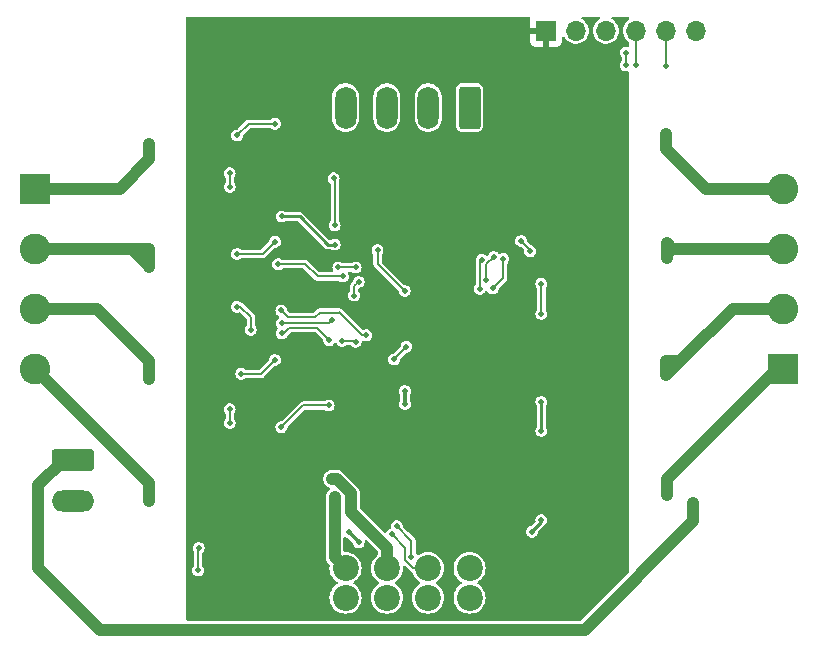
<source format=gbr>
%TF.GenerationSoftware,KiCad,Pcbnew,8.0.2*%
%TF.CreationDate,2024-10-13T21:39:52+02:00*%
%TF.ProjectId,OS-RelayDecoder-8,4f532d52-656c-4617-9944-65636f646572,rev?*%
%TF.SameCoordinates,Original*%
%TF.FileFunction,Copper,L2,Bot*%
%TF.FilePolarity,Positive*%
%FSLAX46Y46*%
G04 Gerber Fmt 4.6, Leading zero omitted, Abs format (unit mm)*
G04 Created by KiCad (PCBNEW 8.0.2) date 2024-10-13 21:39:52*
%MOMM*%
%LPD*%
G01*
G04 APERTURE LIST*
G04 Aperture macros list*
%AMRoundRect*
0 Rectangle with rounded corners*
0 $1 Rounding radius*
0 $2 $3 $4 $5 $6 $7 $8 $9 X,Y pos of 4 corners*
0 Add a 4 corners polygon primitive as box body*
4,1,4,$2,$3,$4,$5,$6,$7,$8,$9,$2,$3,0*
0 Add four circle primitives for the rounded corners*
1,1,$1+$1,$2,$3*
1,1,$1+$1,$4,$5*
1,1,$1+$1,$6,$7*
1,1,$1+$1,$8,$9*
0 Add four rect primitives between the rounded corners*
20,1,$1+$1,$2,$3,$4,$5,0*
20,1,$1+$1,$4,$5,$6,$7,0*
20,1,$1+$1,$6,$7,$8,$9,0*
20,1,$1+$1,$8,$9,$2,$3,0*%
G04 Aperture macros list end*
%TA.AperFunction,ComponentPad*%
%ADD10RoundRect,0.250000X-1.550000X0.650000X-1.550000X-0.650000X1.550000X-0.650000X1.550000X0.650000X0*%
%TD*%
%TA.AperFunction,ComponentPad*%
%ADD11O,3.600000X1.800000*%
%TD*%
%TA.AperFunction,ComponentPad*%
%ADD12RoundRect,0.250000X0.650000X1.550000X-0.650000X1.550000X-0.650000X-1.550000X0.650000X-1.550000X0*%
%TD*%
%TA.AperFunction,ComponentPad*%
%ADD13O,1.800000X3.600000*%
%TD*%
%TA.AperFunction,ComponentPad*%
%ADD14R,2.600000X2.600000*%
%TD*%
%TA.AperFunction,ComponentPad*%
%ADD15C,2.600000*%
%TD*%
%TA.AperFunction,ComponentPad*%
%ADD16C,2.200000*%
%TD*%
%TA.AperFunction,ComponentPad*%
%ADD17R,1.700000X1.700000*%
%TD*%
%TA.AperFunction,ComponentPad*%
%ADD18O,1.700000X1.700000*%
%TD*%
%TA.AperFunction,ViaPad*%
%ADD19C,0.500000*%
%TD*%
%TA.AperFunction,ViaPad*%
%ADD20C,0.800000*%
%TD*%
%TA.AperFunction,Conductor*%
%ADD21C,0.250000*%
%TD*%
%TA.AperFunction,Conductor*%
%ADD22C,0.300000*%
%TD*%
%TA.AperFunction,Conductor*%
%ADD23C,0.200000*%
%TD*%
%TA.AperFunction,Conductor*%
%ADD24C,1.000000*%
%TD*%
G04 APERTURE END LIST*
D10*
%TO.P,J101,1,Pin_1*%
%TO.N,/relay1/A*%
X54432500Y-114305000D03*
D11*
%TO.P,J101,2,Pin_2*%
%TO.N,/relay1/B*%
X54432500Y-117805000D03*
%TD*%
D12*
%TO.P,J701,1,Pin_1*%
%TO.N,/DCC+power/DCC_A*%
X88000000Y-84500000D03*
D13*
%TO.P,J701,2,Pin_2*%
%TO.N,/DCC+power/DCC_B*%
X84500000Y-84500000D03*
%TO.P,J701,3,Pin_3*%
%TO.N,/DCC+power/P2*%
X81000000Y-84500000D03*
%TO.P,J701,4,Pin_4*%
%TO.N,/DCC+power/P1*%
X77500000Y-84500000D03*
%TD*%
D14*
%TO.P,J103,1,Pin_1*%
%TO.N,/relay8/frog*%
X51195000Y-91380000D03*
D15*
%TO.P,J103,2,Pin_2*%
%TO.N,/relay7/frog*%
X51195000Y-96460000D03*
%TO.P,J103,3,Pin_3*%
%TO.N,/relay6/frog*%
X51195000Y-101540000D03*
%TO.P,J103,4,Pin_4*%
%TO.N,/relay5/frog*%
X51195000Y-106620000D03*
%TD*%
D16*
%TO.P,J702,1,Pin_1*%
%TO.N,/DCC+power/DCC_A*%
X88000000Y-123500000D03*
X88000000Y-126000000D03*
%TO.P,J702,2,Pin_2*%
%TO.N,/DCC+power/DCC_B*%
X84500000Y-123500000D03*
X84500000Y-126000000D03*
%TO.P,J702,3,Pin_3*%
%TO.N,/DCC+power/P2*%
X81000000Y-123500000D03*
X81000000Y-126000000D03*
%TO.P,J702,4,Pin_4*%
%TO.N,/DCC+power/P1*%
X77500000Y-123500000D03*
X77500000Y-126000000D03*
%TD*%
D17*
%TO.P,J202,1,Pin_1*%
%TO.N,GND*%
X94460000Y-78000000D03*
D18*
%TO.P,J202,2,Pin_2*%
%TO.N,+5V*%
X97000000Y-78000000D03*
%TO.P,J202,3,Pin_3*%
%TO.N,/MCU/LED*%
X99540000Y-78000000D03*
%TO.P,J202,4,Pin_4*%
%TO.N,/MCU/MISO*%
X102080000Y-78000000D03*
%TO.P,J202,5,Pin_5*%
%TO.N,/MCU/MOSI*%
X104620000Y-78000000D03*
%TO.P,J202,6,Pin_6*%
%TO.N,/MCU/Reset*%
X107160000Y-78000000D03*
%TD*%
D14*
%TO.P,J102,1,Pin_1*%
%TO.N,/relay4/frog*%
X114500000Y-106620000D03*
D15*
%TO.P,J102,2,Pin_2*%
%TO.N,/relay3/frog*%
X114500000Y-101540000D03*
%TO.P,J102,3,Pin_3*%
%TO.N,/relay2/frog*%
X114500000Y-96460000D03*
%TO.P,J102,4,Pin_4*%
%TO.N,/relay1/frog*%
X114500000Y-91380000D03*
%TD*%
D19*
%TO.N,GND*%
X81153000Y-113030000D03*
X74168000Y-118618000D03*
X92329000Y-105791000D03*
X89408000Y-82169000D03*
X99060000Y-87376000D03*
X84201000Y-110871000D03*
X95885000Y-105746907D03*
X82931000Y-117475000D03*
X88773000Y-107442000D03*
X66675000Y-81153000D03*
X96520000Y-103378000D03*
D20*
X77530000Y-109094592D03*
D19*
X95885000Y-86741000D03*
X90424000Y-112903000D03*
X77724000Y-95123000D03*
X69596000Y-108331000D03*
X65024000Y-95504000D03*
X100838000Y-97790000D03*
X80772000Y-94742000D03*
X69469000Y-118364000D03*
X70882000Y-118794907D03*
X94718000Y-84730907D03*
X92075000Y-117602000D03*
X68707000Y-123444000D03*
X69469000Y-88265000D03*
X72390000Y-117094000D03*
X90932000Y-103759000D03*
X91821000Y-114173000D03*
X100711000Y-114554000D03*
X85344000Y-117983000D03*
X85090000Y-103251000D03*
X98552000Y-118745000D03*
X96012000Y-95746907D03*
X95885000Y-112522000D03*
X65913000Y-98806000D03*
X95250000Y-92456000D03*
X94996000Y-102489000D03*
X69977000Y-126111000D03*
X97282000Y-113411000D03*
X97028000Y-80137000D03*
X86233000Y-86868000D03*
X100838000Y-84074000D03*
X94718000Y-106508907D03*
X95377000Y-127000000D03*
X84074000Y-102108000D03*
X70866000Y-123444000D03*
X86614000Y-94742000D03*
X94718000Y-86508907D03*
X90932000Y-126873000D03*
X72771000Y-120015000D03*
X80899000Y-115316000D03*
X65278000Y-87122000D03*
X75057000Y-123444000D03*
X100711000Y-88900000D03*
X75438000Y-120142000D03*
X88392000Y-118110000D03*
X83439000Y-103886000D03*
D20*
X78927000Y-112015592D03*
D19*
X69596000Y-99556907D03*
X97790000Y-92710000D03*
X79629000Y-105410000D03*
X86614000Y-117348000D03*
X70882000Y-90572907D03*
X70882000Y-108794907D03*
X86233000Y-83820000D03*
X84836000Y-116078000D03*
X98298000Y-125222000D03*
X92837000Y-122047000D03*
X80518000Y-105156000D03*
X75311000Y-127000000D03*
X86360000Y-99949000D03*
X82042000Y-91313000D03*
X99314000Y-108839000D03*
X69596000Y-109556907D03*
X70882000Y-120572907D03*
X67691000Y-99441000D03*
X64643000Y-101219000D03*
X82677000Y-114554000D03*
X69596000Y-89556907D03*
X100838000Y-111887000D03*
X94718000Y-104730907D03*
X96012000Y-122428000D03*
X97917000Y-106299000D03*
X94718000Y-116508907D03*
X100965000Y-92837000D03*
X97409000Y-102616000D03*
X100838000Y-102362000D03*
X89408000Y-91948000D03*
X100457000Y-122809000D03*
X89916000Y-122428000D03*
X92837000Y-112268000D03*
X69723000Y-119556907D03*
X96012000Y-85746907D03*
X87503000Y-79121000D03*
X70882000Y-110572907D03*
X69469000Y-98425000D03*
X84582000Y-114935000D03*
X84836000Y-112141000D03*
X75184000Y-81788000D03*
X81915000Y-96647000D03*
X96012000Y-115746907D03*
X87884000Y-100838000D03*
X92837000Y-102235000D03*
X94718000Y-96508907D03*
X90551000Y-100965000D03*
X87630000Y-99441000D03*
X77470000Y-107696000D03*
X70882000Y-88794907D03*
X100965000Y-119126000D03*
X84836000Y-96520000D03*
X84582000Y-89535000D03*
X74168000Y-121412000D03*
D20*
X77089000Y-113919000D03*
D19*
X90551000Y-118364000D03*
X98044000Y-116078000D03*
X96012000Y-117094000D03*
X94718000Y-114730907D03*
X65913000Y-97536000D03*
X88138000Y-111252000D03*
X86995000Y-109220000D03*
X70882000Y-98794907D03*
X88646000Y-89789000D03*
X94718000Y-94730907D03*
X80772000Y-106553000D03*
X92075000Y-110236000D03*
X91821000Y-80137000D03*
X70882000Y-100572907D03*
X100457000Y-106807000D03*
X95758000Y-123952000D03*
%TO.N,VCC*%
X78613000Y-121327000D03*
X71517000Y-105873907D03*
X71517000Y-95873907D03*
X67691000Y-90058907D03*
X94083000Y-111887000D03*
X67691000Y-111208907D03*
X77785141Y-120457142D03*
X94083000Y-99429907D03*
X94083000Y-119429907D03*
X93130500Y-96658672D03*
X69469000Y-103312000D03*
X94083000Y-101981000D03*
X93291000Y-120420907D03*
X68326000Y-96901000D03*
X68672497Y-107037908D03*
X68326000Y-86868000D03*
X68286897Y-101369285D03*
X94083000Y-109429907D03*
X92366913Y-95795913D03*
X67691000Y-91208907D03*
X71517000Y-85873907D03*
X67691000Y-110058907D03*
%TO.N,+5V*%
X82550000Y-109601000D03*
X81621267Y-105830733D03*
X80209824Y-96558358D03*
X82508587Y-100031365D03*
X82519661Y-108496893D03*
X82660928Y-104749072D03*
%TO.N,/DCC+power/DCC_B*%
X81407000Y-120650000D03*
%TO.N,/MCU/LED*%
X72069500Y-101677580D03*
X101219000Y-79841000D03*
X101219000Y-80941000D03*
X88858000Y-99841000D03*
X79248000Y-103784733D03*
X89019091Y-97401091D03*
D20*
%TO.N,/DCC+power/P1*%
X76573000Y-117467000D03*
%TO.N,/DCC+power/P2*%
X77978000Y-118745000D03*
X76373056Y-115951000D03*
D19*
%TO.N,/MCU/MISO*%
X89408000Y-99093907D03*
X102108000Y-80941000D03*
X90043000Y-97155000D03*
%TO.N,/MCU/MOSI*%
X104648000Y-81026000D03*
X89958000Y-99822000D03*
X90855806Y-97307020D03*
%TO.N,/MCU/Reset*%
X78608382Y-99271907D03*
X78232000Y-100421907D03*
D20*
%TO.N,/relay5/frog*%
X60900000Y-117856000D03*
X60900000Y-116586000D03*
%TO.N,/relay6/frog*%
X60900000Y-107500000D03*
X60900000Y-106000000D03*
%TO.N,/relay7/frog*%
X60900000Y-98000000D03*
X60900000Y-96500000D03*
%TO.N,/relay8/frog*%
X60900000Y-87630000D03*
X60900000Y-88900000D03*
%TO.N,/relay3/frog*%
X104648000Y-106000000D03*
X104648000Y-107188000D03*
%TO.N,/relay4/frog*%
X104700000Y-117348000D03*
X104700000Y-115951000D03*
%TO.N,/relay1/frog*%
X104648000Y-88011000D03*
X104648000Y-86741000D03*
%TO.N,/relay2/frog*%
X104700000Y-97282000D03*
X104700000Y-96012000D03*
%TO.N,/relay1/A*%
X106900000Y-118000000D03*
X106900000Y-119500000D03*
D19*
%TO.N,/MCU/coil5*%
X76073000Y-109728000D03*
X72069499Y-111563363D03*
%TO.N,/MCU/coil6*%
X72092000Y-103632000D03*
X76136500Y-104203500D03*
%TO.N,/DCC+power/DCC_A*%
X76581000Y-94488000D03*
X83077817Y-122558999D03*
X81830000Y-119934925D03*
X76486477Y-90501000D03*
%TO.N,/DCC+power/DCC*%
X78359000Y-98044000D03*
X76895000Y-98044000D03*
%TO.N,Net-(SW601-B)*%
X65024000Y-123698000D03*
X78357502Y-104334733D03*
X77216000Y-104267000D03*
X76327000Y-102489000D03*
X65066000Y-121793000D03*
X72092000Y-102762000D03*
%TO.N,/MCU/coil7*%
X77276000Y-98806000D03*
X71797000Y-97763468D03*
%TO.N,/MCU/coil8*%
X76581000Y-96101649D03*
X72092000Y-93726000D03*
%TD*%
D21*
%TO.N,VCC*%
X94083000Y-119592907D02*
X94083000Y-119429907D01*
D22*
X78613000Y-121285001D02*
X77785141Y-120457142D01*
D23*
X94083000Y-99429907D02*
X94083000Y-101981000D01*
D21*
X94083000Y-109429907D02*
X94083000Y-111887000D01*
D23*
X68672497Y-107037908D02*
X70352999Y-107037908D01*
X70489907Y-96901000D02*
X71517000Y-95873907D01*
X69469000Y-102235000D02*
X69469000Y-103312000D01*
X67691000Y-111208907D02*
X67691000Y-110058907D01*
X68326000Y-86868000D02*
X69320093Y-85873907D01*
D21*
X93291000Y-120384907D02*
X94083000Y-119592907D01*
D23*
X92366913Y-95795913D02*
X93130500Y-96559500D01*
X93130500Y-96559500D02*
X93130500Y-96658672D01*
X68326000Y-96901000D02*
X70489907Y-96901000D01*
X67691000Y-91208907D02*
X67691000Y-90058907D01*
X68603285Y-101369285D02*
X69469000Y-102235000D01*
X70352999Y-107037908D02*
X71517000Y-105873907D01*
X69320093Y-85873907D02*
X71517000Y-85873907D01*
D21*
X93291000Y-120420907D02*
X93291000Y-120384907D01*
D22*
X78613000Y-121327000D02*
X78613000Y-121285001D01*
D23*
X68286897Y-101369285D02*
X68603285Y-101369285D01*
%TO.N,+5V*%
X80209824Y-97732602D02*
X82508587Y-100031365D01*
D22*
X82550000Y-108527232D02*
X82519661Y-108496893D01*
X82550000Y-109601000D02*
X82550000Y-108527232D01*
D23*
X81621267Y-105788733D02*
X82660928Y-104749072D01*
X81621267Y-105830733D02*
X81621267Y-105788733D01*
X80209824Y-96558358D02*
X80209824Y-97732602D01*
%TO.N,/DCC+power/DCC_B*%
X81407000Y-120650000D02*
X82527817Y-121770817D01*
X82527817Y-121770817D02*
X82527817Y-122786817D01*
X83241000Y-123500000D02*
X84500000Y-123500000D01*
X82527817Y-122786817D02*
X83241000Y-123500000D01*
%TO.N,/MCU/LED*%
X89019091Y-97401091D02*
X88858000Y-97562182D01*
X72626920Y-102235000D02*
X74942750Y-102235000D01*
X79248000Y-103784733D02*
X78892733Y-103784733D01*
X88858000Y-97562182D02*
X88858000Y-99841000D01*
X78892733Y-103784733D02*
X76962000Y-101854000D01*
X75319500Y-101858250D02*
X76957750Y-101858250D01*
X101219000Y-80941000D02*
X101219000Y-79841000D01*
X72069500Y-101677580D02*
X72626920Y-102235000D01*
X74942750Y-102235000D02*
X75319500Y-101858250D01*
D24*
%TO.N,/DCC+power/P1*%
X76573000Y-117467000D02*
X76573000Y-122573000D01*
X76573000Y-122573000D02*
X77500000Y-123500000D01*
%TO.N,/DCC+power/P2*%
X81000000Y-121767000D02*
X77978000Y-118745000D01*
X76754056Y-115951000D02*
X77978000Y-117174944D01*
X76373056Y-115951000D02*
X76754056Y-115951000D01*
X77978000Y-117174944D02*
X77978000Y-118745000D01*
X81000000Y-123500000D02*
X81000000Y-121767000D01*
D23*
%TO.N,/MCU/MISO*%
X89408000Y-99093907D02*
X89408000Y-97790000D01*
X102080000Y-78000000D02*
X102080000Y-80913000D01*
X102080000Y-80913000D02*
X102108000Y-80941000D01*
X89408000Y-97790000D02*
X90043000Y-97155000D01*
%TO.N,/MCU/MOSI*%
X90855806Y-98924194D02*
X89958000Y-99822000D01*
X90855806Y-97307020D02*
X90855806Y-98924194D01*
X104620000Y-80998000D02*
X104620000Y-78000000D01*
X104648000Y-81026000D02*
X104620000Y-80998000D01*
%TO.N,/MCU/Reset*%
X78232000Y-99648289D02*
X78232000Y-100421907D01*
X78608382Y-99271907D02*
X78232000Y-99648289D01*
D24*
%TO.N,/relay5/frog*%
X60900000Y-116325000D02*
X60900000Y-116586000D01*
X60900000Y-116586000D02*
X60900000Y-117856000D01*
X51195000Y-106620000D02*
X60900000Y-116325000D01*
%TO.N,/relay6/frog*%
X51195000Y-101540000D02*
X56440000Y-101540000D01*
X60900000Y-106000000D02*
X60900000Y-107500000D01*
X56440000Y-101540000D02*
X60900000Y-106000000D01*
%TO.N,/relay7/frog*%
X58040000Y-96500000D02*
X58000000Y-96460000D01*
X59460000Y-96460000D02*
X58000000Y-96460000D01*
X60900000Y-98000000D02*
X60900000Y-97900000D01*
X58000000Y-96460000D02*
X51195000Y-96460000D01*
X60900000Y-96500000D02*
X58040000Y-96500000D01*
X60900000Y-97900000D02*
X59460000Y-96460000D01*
X60900000Y-96500000D02*
X60900000Y-98000000D01*
%TO.N,/relay8/frog*%
X58420000Y-91380000D02*
X60900000Y-88900000D01*
X51195000Y-91380000D02*
X58420000Y-91380000D01*
X60900000Y-88900000D02*
X60900000Y-87630000D01*
%TO.N,/relay3/frog*%
X106172000Y-105664000D02*
X110296000Y-101540000D01*
X104648000Y-107188000D02*
X104648000Y-106000000D01*
X110296000Y-101540000D02*
X114500000Y-101540000D01*
X105836000Y-106000000D02*
X106172000Y-105664000D01*
X104648000Y-107188000D02*
X106172000Y-105664000D01*
X104648000Y-106000000D02*
X105836000Y-106000000D01*
%TO.N,/relay4/frog*%
X104700000Y-115951000D02*
X104700000Y-117348000D01*
X114500000Y-106620000D02*
X114031000Y-106620000D01*
X114031000Y-106620000D02*
X104700000Y-115951000D01*
%TO.N,/relay1/frog*%
X104648000Y-88011000D02*
X104648000Y-86741000D01*
X108017000Y-91380000D02*
X104648000Y-88011000D01*
X114500000Y-91380000D02*
X108017000Y-91380000D01*
%TO.N,/relay2/frog*%
X104700000Y-97282000D02*
X104700000Y-96908000D01*
X105148000Y-96460000D02*
X104700000Y-96012000D01*
X104700000Y-96012000D02*
X104700000Y-97282000D01*
X114500000Y-96460000D02*
X105148000Y-96460000D01*
X104700000Y-96908000D02*
X105148000Y-96460000D01*
%TO.N,/relay1/A*%
X51500000Y-123500000D02*
X51500000Y-116500000D01*
X106900000Y-119541000D02*
X97741000Y-128700000D01*
X56700000Y-128700000D02*
X51500000Y-123500000D01*
X106900000Y-119500000D02*
X106900000Y-119541000D01*
X51500000Y-116500000D02*
X53695000Y-114305000D01*
X106900000Y-119500000D02*
X106900000Y-118000000D01*
X97741000Y-128700000D02*
X56700000Y-128700000D01*
D23*
%TO.N,/MCU/coil5*%
X76073000Y-109728000D02*
X73904862Y-109728000D01*
X73904862Y-109728000D02*
X72069499Y-111563363D01*
%TO.N,/MCU/coil6*%
X75076000Y-103143000D02*
X72752000Y-103143000D01*
X72752000Y-103143000D02*
X72263000Y-103632000D01*
X76136500Y-104203500D02*
X75076000Y-103143000D01*
X72263000Y-103632000D02*
X72092000Y-103632000D01*
%TO.N,/DCC+power/DCC_A*%
X83077817Y-122558999D02*
X83077817Y-121182742D01*
X83077817Y-121182742D02*
X81830000Y-119934925D01*
X76581000Y-94488000D02*
X76581000Y-90595523D01*
X76581000Y-90595523D02*
X76486477Y-90501000D01*
%TO.N,/DCC+power/DCC*%
X78359000Y-98044000D02*
X76895000Y-98044000D01*
%TO.N,Net-(SW601-B)*%
X72111000Y-102743000D02*
X76073000Y-102743000D01*
X72092000Y-102762000D02*
X72111000Y-102743000D01*
X78289769Y-104267000D02*
X78357502Y-104334733D01*
X76073000Y-102743000D02*
X76327000Y-102489000D01*
X65024000Y-121835000D02*
X65066000Y-121793000D01*
X77216000Y-104267000D02*
X78289769Y-104267000D01*
X65024000Y-123698000D02*
X65024000Y-121835000D01*
%TO.N,/MCU/coil7*%
X74096226Y-97763468D02*
X75138758Y-98806000D01*
X75138758Y-98806000D02*
X77276000Y-98806000D01*
X71797000Y-97763468D02*
X74096226Y-97763468D01*
D21*
%TO.N,/MCU/coil8*%
X73616351Y-93726000D02*
X75992000Y-96101649D01*
X75992000Y-96101649D02*
X76581000Y-96101649D01*
X72092000Y-93726000D02*
X73616351Y-93726000D01*
%TD*%
%TA.AperFunction,Conductor*%
%TO.N,GND*%
G36*
X93095154Y-76820185D02*
G01*
X93140909Y-76872989D01*
X93150853Y-76942147D01*
X93144297Y-76967833D01*
X93116403Y-77042620D01*
X93116401Y-77042627D01*
X93110000Y-77102155D01*
X93110000Y-77750000D01*
X94026988Y-77750000D01*
X93994075Y-77807007D01*
X93960000Y-77934174D01*
X93960000Y-78065826D01*
X93994075Y-78192993D01*
X94026988Y-78250000D01*
X93110000Y-78250000D01*
X93110000Y-78897844D01*
X93116401Y-78957372D01*
X93116403Y-78957379D01*
X93166645Y-79092086D01*
X93166649Y-79092093D01*
X93252809Y-79207187D01*
X93252812Y-79207190D01*
X93367906Y-79293350D01*
X93367913Y-79293354D01*
X93502620Y-79343596D01*
X93502627Y-79343598D01*
X93562155Y-79349999D01*
X93562172Y-79350000D01*
X94210000Y-79350000D01*
X94210000Y-78433012D01*
X94267007Y-78465925D01*
X94394174Y-78500000D01*
X94525826Y-78500000D01*
X94652993Y-78465925D01*
X94710000Y-78433012D01*
X94710000Y-79350000D01*
X95357828Y-79350000D01*
X95357844Y-79349999D01*
X95417372Y-79343598D01*
X95417379Y-79343596D01*
X95552086Y-79293354D01*
X95552093Y-79293350D01*
X95667187Y-79207190D01*
X95667190Y-79207187D01*
X95753350Y-79092093D01*
X95753354Y-79092086D01*
X95803596Y-78957379D01*
X95803598Y-78957372D01*
X95809999Y-78897844D01*
X95810000Y-78897827D01*
X95810000Y-78606312D01*
X95829685Y-78539273D01*
X95882489Y-78493518D01*
X95951647Y-78483574D01*
X96015203Y-78512599D01*
X96045000Y-78551041D01*
X96060325Y-78581819D01*
X96183237Y-78744581D01*
X96333958Y-78881980D01*
X96333960Y-78881982D01*
X96361274Y-78898894D01*
X96507363Y-78989348D01*
X96697544Y-79063024D01*
X96898024Y-79100500D01*
X96898026Y-79100500D01*
X97101974Y-79100500D01*
X97101976Y-79100500D01*
X97302456Y-79063024D01*
X97492637Y-78989348D01*
X97666041Y-78881981D01*
X97816764Y-78744579D01*
X97939673Y-78581821D01*
X98030582Y-78399250D01*
X98086397Y-78203083D01*
X98105215Y-78000000D01*
X98099115Y-77934174D01*
X98086397Y-77796917D01*
X98073048Y-77750000D01*
X98030582Y-77600750D01*
X98030159Y-77599901D01*
X97951225Y-77441379D01*
X97939673Y-77418179D01*
X97816764Y-77255421D01*
X97816762Y-77255418D01*
X97666041Y-77118019D01*
X97666039Y-77118017D01*
X97523768Y-77029927D01*
X97477132Y-76977899D01*
X97466028Y-76908917D01*
X97493981Y-76844883D01*
X97552116Y-76806127D01*
X97589045Y-76800500D01*
X98950955Y-76800500D01*
X99017994Y-76820185D01*
X99063749Y-76872989D01*
X99073693Y-76942147D01*
X99044668Y-77005703D01*
X99016232Y-77029927D01*
X98873960Y-77118017D01*
X98873958Y-77118019D01*
X98723237Y-77255418D01*
X98600327Y-77418178D01*
X98509422Y-77600739D01*
X98509417Y-77600752D01*
X98453602Y-77796917D01*
X98434785Y-77999999D01*
X98434785Y-78000000D01*
X98453602Y-78203082D01*
X98509417Y-78399247D01*
X98509422Y-78399260D01*
X98600327Y-78581821D01*
X98723237Y-78744581D01*
X98873958Y-78881980D01*
X98873960Y-78881982D01*
X98901274Y-78898894D01*
X99047363Y-78989348D01*
X99237544Y-79063024D01*
X99438024Y-79100500D01*
X99438026Y-79100500D01*
X99641974Y-79100500D01*
X99641976Y-79100500D01*
X99842456Y-79063024D01*
X100032637Y-78989348D01*
X100206041Y-78881981D01*
X100356764Y-78744579D01*
X100479673Y-78581821D01*
X100570582Y-78399250D01*
X100626397Y-78203083D01*
X100645215Y-78000000D01*
X100639115Y-77934174D01*
X100626397Y-77796917D01*
X100613048Y-77750000D01*
X100570582Y-77600750D01*
X100570159Y-77599901D01*
X100491225Y-77441379D01*
X100479673Y-77418179D01*
X100356764Y-77255421D01*
X100356762Y-77255418D01*
X100206041Y-77118019D01*
X100206039Y-77118017D01*
X100063768Y-77029927D01*
X100017132Y-76977899D01*
X100006028Y-76908917D01*
X100033981Y-76844883D01*
X100092116Y-76806127D01*
X100129045Y-76800500D01*
X101376000Y-76800500D01*
X101443039Y-76820185D01*
X101488794Y-76872989D01*
X101500000Y-76924500D01*
X101500000Y-76995676D01*
X101480315Y-77062715D01*
X101441280Y-77101102D01*
X101413956Y-77118020D01*
X101263237Y-77255418D01*
X101140327Y-77418178D01*
X101049422Y-77600739D01*
X101049417Y-77600752D01*
X100993602Y-77796917D01*
X100974785Y-77999999D01*
X100974785Y-78000000D01*
X100993602Y-78203082D01*
X101049417Y-78399247D01*
X101049422Y-78399260D01*
X101140327Y-78581821D01*
X101263237Y-78744581D01*
X101402638Y-78871660D01*
X101413959Y-78881981D01*
X101441275Y-78898894D01*
X101487912Y-78950920D01*
X101500000Y-79004322D01*
X101500000Y-79236234D01*
X101480315Y-79303273D01*
X101427511Y-79349028D01*
X101358353Y-79358972D01*
X101341066Y-79355211D01*
X101290964Y-79340500D01*
X101290961Y-79340500D01*
X101147039Y-79340500D01*
X101147036Y-79340500D01*
X101008949Y-79381045D01*
X100887873Y-79458856D01*
X100793623Y-79567626D01*
X100793622Y-79567628D01*
X100733834Y-79698543D01*
X100713353Y-79841000D01*
X100733834Y-79983456D01*
X100793622Y-80114371D01*
X100793623Y-80114373D01*
X100838213Y-80165833D01*
X100867238Y-80229388D01*
X100868500Y-80247035D01*
X100868500Y-80534963D01*
X100848815Y-80602002D01*
X100838214Y-80616164D01*
X100793625Y-80667623D01*
X100793622Y-80667628D01*
X100733834Y-80798543D01*
X100713353Y-80941000D01*
X100733834Y-81083456D01*
X100793622Y-81214371D01*
X100793623Y-81214373D01*
X100887872Y-81323143D01*
X101008947Y-81400953D01*
X101008950Y-81400954D01*
X101008949Y-81400954D01*
X101147036Y-81441499D01*
X101147038Y-81441500D01*
X101147039Y-81441500D01*
X101290961Y-81441500D01*
X101341066Y-81426788D01*
X101410934Y-81426788D01*
X101469712Y-81464562D01*
X101498738Y-81528117D01*
X101500000Y-81545765D01*
X101500000Y-123828270D01*
X101480315Y-123895309D01*
X101463681Y-123915951D01*
X97466451Y-127913181D01*
X97405128Y-127946666D01*
X97378770Y-127949500D01*
X64124000Y-127949500D01*
X64056961Y-127929815D01*
X64011206Y-127877011D01*
X64000000Y-127825500D01*
X64000000Y-123698000D01*
X64518353Y-123698000D01*
X64538834Y-123840456D01*
X64595098Y-123963655D01*
X64598623Y-123971373D01*
X64692872Y-124080143D01*
X64813947Y-124157953D01*
X64813950Y-124157954D01*
X64813949Y-124157954D01*
X64952036Y-124198499D01*
X64952038Y-124198500D01*
X64952039Y-124198500D01*
X65095962Y-124198500D01*
X65095962Y-124198499D01*
X65234053Y-124157953D01*
X65355128Y-124080143D01*
X65449377Y-123971373D01*
X65509165Y-123840457D01*
X65529647Y-123698000D01*
X65509165Y-123555543D01*
X65449377Y-123424627D01*
X65449374Y-123424623D01*
X65404786Y-123373164D01*
X65375762Y-123309608D01*
X65374500Y-123291963D01*
X65374500Y-122247506D01*
X65394185Y-122180467D01*
X65404781Y-122166310D01*
X65491377Y-122066373D01*
X65551165Y-121935457D01*
X65571647Y-121793000D01*
X65551165Y-121650543D01*
X65491377Y-121519627D01*
X65397128Y-121410857D01*
X65276053Y-121333047D01*
X65276051Y-121333046D01*
X65276049Y-121333045D01*
X65276050Y-121333045D01*
X65137963Y-121292500D01*
X65137961Y-121292500D01*
X64994039Y-121292500D01*
X64994036Y-121292500D01*
X64855949Y-121333045D01*
X64734873Y-121410856D01*
X64640623Y-121519626D01*
X64640622Y-121519628D01*
X64580834Y-121650543D01*
X64560353Y-121793000D01*
X64580834Y-121935456D01*
X64640621Y-122066369D01*
X64640623Y-122066373D01*
X64643211Y-122069360D01*
X64644853Y-122072955D01*
X64645418Y-122073834D01*
X64645291Y-122073915D01*
X64672237Y-122132912D01*
X64673500Y-122150564D01*
X64673500Y-123291963D01*
X64653815Y-123359002D01*
X64643214Y-123373164D01*
X64598625Y-123424623D01*
X64598622Y-123424628D01*
X64538834Y-123555543D01*
X64518353Y-123698000D01*
X64000000Y-123698000D01*
X64000000Y-116024920D01*
X75622555Y-116024920D01*
X75651396Y-116169907D01*
X75651399Y-116169917D01*
X75707968Y-116306488D01*
X75707975Y-116306501D01*
X75790104Y-116429415D01*
X75790107Y-116429419D01*
X75894636Y-116533948D01*
X75894640Y-116533951D01*
X76017554Y-116616080D01*
X76017566Y-116616087D01*
X76098346Y-116649546D01*
X76152750Y-116693386D01*
X76174815Y-116759680D01*
X76157536Y-116827380D01*
X76119787Y-116867208D01*
X76094582Y-116884049D01*
X75990051Y-116988580D01*
X75990048Y-116988584D01*
X75907919Y-117111498D01*
X75907912Y-117111511D01*
X75851343Y-117248082D01*
X75851340Y-117248092D01*
X75822500Y-117393079D01*
X75822500Y-117393082D01*
X75822500Y-122646918D01*
X75822500Y-122646920D01*
X75822499Y-122646920D01*
X75851340Y-122791907D01*
X75851343Y-122791917D01*
X75907913Y-122928490D01*
X75907914Y-122928491D01*
X75907916Y-122928495D01*
X75931968Y-122964491D01*
X75979977Y-123036344D01*
X75990049Y-123051417D01*
X76127130Y-123188498D01*
X76160615Y-123249821D01*
X76162977Y-123286986D01*
X76144341Y-123499997D01*
X76144341Y-123500000D01*
X76164936Y-123735403D01*
X76164938Y-123735413D01*
X76226094Y-123963655D01*
X76226096Y-123963659D01*
X76226097Y-123963663D01*
X76280413Y-124080143D01*
X76325965Y-124177830D01*
X76325967Y-124177834D01*
X76461501Y-124371395D01*
X76461506Y-124371402D01*
X76628597Y-124538493D01*
X76628603Y-124538498D01*
X76785595Y-124648425D01*
X76829220Y-124703002D01*
X76836414Y-124772500D01*
X76804891Y-124834855D01*
X76785595Y-124851575D01*
X76628597Y-124961505D01*
X76461505Y-125128597D01*
X76325965Y-125322169D01*
X76325964Y-125322171D01*
X76226098Y-125536335D01*
X76226094Y-125536344D01*
X76164938Y-125764586D01*
X76164936Y-125764596D01*
X76144341Y-125999999D01*
X76144341Y-126000000D01*
X76164936Y-126235403D01*
X76164938Y-126235413D01*
X76226094Y-126463655D01*
X76226096Y-126463659D01*
X76226097Y-126463663D01*
X76325965Y-126677830D01*
X76325967Y-126677834D01*
X76434281Y-126832521D01*
X76461505Y-126871401D01*
X76628599Y-127038495D01*
X76725384Y-127106265D01*
X76822165Y-127174032D01*
X76822167Y-127174033D01*
X76822170Y-127174035D01*
X77036337Y-127273903D01*
X77264592Y-127335063D01*
X77452918Y-127351539D01*
X77499999Y-127355659D01*
X77500000Y-127355659D01*
X77500001Y-127355659D01*
X77539234Y-127352226D01*
X77735408Y-127335063D01*
X77963663Y-127273903D01*
X78177830Y-127174035D01*
X78371401Y-127038495D01*
X78538495Y-126871401D01*
X78674035Y-126677830D01*
X78773903Y-126463663D01*
X78835063Y-126235408D01*
X78855659Y-126000000D01*
X78835063Y-125764592D01*
X78773903Y-125536337D01*
X78674035Y-125322171D01*
X78538495Y-125128599D01*
X78538494Y-125128597D01*
X78371402Y-124961506D01*
X78371396Y-124961501D01*
X78214405Y-124851575D01*
X78170780Y-124796998D01*
X78163586Y-124727500D01*
X78195109Y-124665145D01*
X78214405Y-124648425D01*
X78243635Y-124627957D01*
X78371401Y-124538495D01*
X78538495Y-124371401D01*
X78674035Y-124177830D01*
X78773903Y-123963663D01*
X78835063Y-123735408D01*
X78855659Y-123500000D01*
X78835063Y-123264592D01*
X78773903Y-123036337D01*
X78674035Y-122822171D01*
X78652849Y-122791913D01*
X78538494Y-122628597D01*
X78371402Y-122461506D01*
X78371395Y-122461501D01*
X78177834Y-122325967D01*
X78177830Y-122325965D01*
X78091314Y-122285622D01*
X77963663Y-122226097D01*
X77963659Y-122226096D01*
X77963655Y-122226094D01*
X77735413Y-122164938D01*
X77735403Y-122164936D01*
X77500001Y-122144341D01*
X77499996Y-122144341D01*
X77458306Y-122147988D01*
X77389806Y-122134221D01*
X77339624Y-122085605D01*
X77323500Y-122024460D01*
X77323500Y-120982498D01*
X77343185Y-120915459D01*
X77395989Y-120869704D01*
X77465147Y-120859760D01*
X77514540Y-120878183D01*
X77575089Y-120917096D01*
X77691403Y-120951248D01*
X77744150Y-120982544D01*
X78081316Y-121319710D01*
X78114801Y-121381033D01*
X78116373Y-121389743D01*
X78127834Y-121469453D01*
X78127835Y-121469458D01*
X78187622Y-121600371D01*
X78187623Y-121600373D01*
X78281872Y-121709143D01*
X78402947Y-121786953D01*
X78402950Y-121786954D01*
X78402949Y-121786954D01*
X78541036Y-121827499D01*
X78541038Y-121827500D01*
X78541039Y-121827500D01*
X78684962Y-121827500D01*
X78684962Y-121827499D01*
X78802459Y-121793000D01*
X78823050Y-121786954D01*
X78823050Y-121786953D01*
X78823053Y-121786953D01*
X78944128Y-121709143D01*
X79038377Y-121600373D01*
X79098165Y-121469457D01*
X79118647Y-121327000D01*
X79107860Y-121251973D01*
X79117804Y-121182815D01*
X79163559Y-121130011D01*
X79230598Y-121110327D01*
X79297638Y-121130012D01*
X79318279Y-121146646D01*
X80213181Y-122041548D01*
X80246666Y-122102871D01*
X80249500Y-122129229D01*
X80249500Y-122312298D01*
X80229815Y-122379337D01*
X80196625Y-122413872D01*
X80128595Y-122461507D01*
X79961505Y-122628597D01*
X79825965Y-122822169D01*
X79825964Y-122822171D01*
X79726098Y-123036335D01*
X79726094Y-123036344D01*
X79664938Y-123264586D01*
X79664936Y-123264596D01*
X79644341Y-123499999D01*
X79644341Y-123500000D01*
X79664936Y-123735403D01*
X79664938Y-123735413D01*
X79726094Y-123963655D01*
X79726096Y-123963659D01*
X79726097Y-123963663D01*
X79780413Y-124080143D01*
X79825965Y-124177830D01*
X79825967Y-124177834D01*
X79961501Y-124371395D01*
X79961506Y-124371402D01*
X80128597Y-124538493D01*
X80128603Y-124538498D01*
X80285595Y-124648425D01*
X80329220Y-124703002D01*
X80336414Y-124772500D01*
X80304891Y-124834855D01*
X80285595Y-124851575D01*
X80128597Y-124961505D01*
X79961505Y-125128597D01*
X79825965Y-125322169D01*
X79825964Y-125322171D01*
X79726098Y-125536335D01*
X79726094Y-125536344D01*
X79664938Y-125764586D01*
X79664936Y-125764596D01*
X79644341Y-125999999D01*
X79644341Y-126000000D01*
X79664936Y-126235403D01*
X79664938Y-126235413D01*
X79726094Y-126463655D01*
X79726096Y-126463659D01*
X79726097Y-126463663D01*
X79825965Y-126677830D01*
X79825967Y-126677834D01*
X79934281Y-126832521D01*
X79961505Y-126871401D01*
X80128599Y-127038495D01*
X80225384Y-127106265D01*
X80322165Y-127174032D01*
X80322167Y-127174033D01*
X80322170Y-127174035D01*
X80536337Y-127273903D01*
X80764592Y-127335063D01*
X80952918Y-127351539D01*
X80999999Y-127355659D01*
X81000000Y-127355659D01*
X81000001Y-127355659D01*
X81039234Y-127352226D01*
X81235408Y-127335063D01*
X81463663Y-127273903D01*
X81677830Y-127174035D01*
X81871401Y-127038495D01*
X82038495Y-126871401D01*
X82174035Y-126677830D01*
X82273903Y-126463663D01*
X82335063Y-126235408D01*
X82355659Y-126000000D01*
X82335063Y-125764592D01*
X82273903Y-125536337D01*
X82174035Y-125322171D01*
X82038495Y-125128599D01*
X82038494Y-125128597D01*
X81871402Y-124961506D01*
X81871396Y-124961501D01*
X81714405Y-124851575D01*
X81670780Y-124796998D01*
X81663586Y-124727500D01*
X81695109Y-124665145D01*
X81714405Y-124648425D01*
X81743635Y-124627957D01*
X81871401Y-124538495D01*
X82038495Y-124371401D01*
X82174035Y-124177830D01*
X82273903Y-123963663D01*
X82335063Y-123735408D01*
X82355659Y-123500000D01*
X82347992Y-123412370D01*
X82361758Y-123343872D01*
X82410373Y-123293689D01*
X82478402Y-123277755D01*
X82544245Y-123301130D01*
X82559201Y-123313883D01*
X83025788Y-123780470D01*
X83099979Y-123823304D01*
X83105712Y-123826614D01*
X83126693Y-123832235D01*
X83186353Y-123868599D01*
X83214375Y-123919917D01*
X83226094Y-123963655D01*
X83226096Y-123963659D01*
X83226097Y-123963663D01*
X83280413Y-124080143D01*
X83325965Y-124177830D01*
X83325967Y-124177834D01*
X83461501Y-124371395D01*
X83461506Y-124371402D01*
X83628597Y-124538493D01*
X83628603Y-124538498D01*
X83785595Y-124648425D01*
X83829220Y-124703002D01*
X83836414Y-124772500D01*
X83804891Y-124834855D01*
X83785595Y-124851575D01*
X83628597Y-124961505D01*
X83461505Y-125128597D01*
X83325965Y-125322169D01*
X83325964Y-125322171D01*
X83226098Y-125536335D01*
X83226094Y-125536344D01*
X83164938Y-125764586D01*
X83164936Y-125764596D01*
X83144341Y-125999999D01*
X83144341Y-126000000D01*
X83164936Y-126235403D01*
X83164938Y-126235413D01*
X83226094Y-126463655D01*
X83226096Y-126463659D01*
X83226097Y-126463663D01*
X83325965Y-126677830D01*
X83325967Y-126677834D01*
X83434281Y-126832521D01*
X83461505Y-126871401D01*
X83628599Y-127038495D01*
X83725384Y-127106265D01*
X83822165Y-127174032D01*
X83822167Y-127174033D01*
X83822170Y-127174035D01*
X84036337Y-127273903D01*
X84264592Y-127335063D01*
X84452918Y-127351539D01*
X84499999Y-127355659D01*
X84500000Y-127355659D01*
X84500001Y-127355659D01*
X84539234Y-127352226D01*
X84735408Y-127335063D01*
X84963663Y-127273903D01*
X85177830Y-127174035D01*
X85371401Y-127038495D01*
X85538495Y-126871401D01*
X85674035Y-126677830D01*
X85773903Y-126463663D01*
X85835063Y-126235408D01*
X85855659Y-126000000D01*
X85835063Y-125764592D01*
X85773903Y-125536337D01*
X85674035Y-125322171D01*
X85538495Y-125128599D01*
X85538494Y-125128597D01*
X85371402Y-124961506D01*
X85371396Y-124961501D01*
X85214405Y-124851575D01*
X85170780Y-124796998D01*
X85163586Y-124727500D01*
X85195109Y-124665145D01*
X85214405Y-124648425D01*
X85243635Y-124627957D01*
X85371401Y-124538495D01*
X85538495Y-124371401D01*
X85674035Y-124177830D01*
X85773903Y-123963663D01*
X85835063Y-123735408D01*
X85855659Y-123500000D01*
X85855659Y-123499999D01*
X86644341Y-123499999D01*
X86644341Y-123500000D01*
X86664936Y-123735403D01*
X86664938Y-123735413D01*
X86726094Y-123963655D01*
X86726096Y-123963659D01*
X86726097Y-123963663D01*
X86780413Y-124080143D01*
X86825965Y-124177830D01*
X86825967Y-124177834D01*
X86961501Y-124371395D01*
X86961506Y-124371402D01*
X87128597Y-124538493D01*
X87128603Y-124538498D01*
X87285595Y-124648425D01*
X87329220Y-124703002D01*
X87336414Y-124772500D01*
X87304891Y-124834855D01*
X87285595Y-124851575D01*
X87128597Y-124961505D01*
X86961505Y-125128597D01*
X86825965Y-125322169D01*
X86825964Y-125322171D01*
X86726098Y-125536335D01*
X86726094Y-125536344D01*
X86664938Y-125764586D01*
X86664936Y-125764596D01*
X86644341Y-125999999D01*
X86644341Y-126000000D01*
X86664936Y-126235403D01*
X86664938Y-126235413D01*
X86726094Y-126463655D01*
X86726096Y-126463659D01*
X86726097Y-126463663D01*
X86825965Y-126677830D01*
X86825967Y-126677834D01*
X86934281Y-126832521D01*
X86961505Y-126871401D01*
X87128599Y-127038495D01*
X87225384Y-127106265D01*
X87322165Y-127174032D01*
X87322167Y-127174033D01*
X87322170Y-127174035D01*
X87536337Y-127273903D01*
X87764592Y-127335063D01*
X87952918Y-127351539D01*
X87999999Y-127355659D01*
X88000000Y-127355659D01*
X88000001Y-127355659D01*
X88039234Y-127352226D01*
X88235408Y-127335063D01*
X88463663Y-127273903D01*
X88677830Y-127174035D01*
X88871401Y-127038495D01*
X89038495Y-126871401D01*
X89174035Y-126677830D01*
X89273903Y-126463663D01*
X89335063Y-126235408D01*
X89355659Y-126000000D01*
X89335063Y-125764592D01*
X89273903Y-125536337D01*
X89174035Y-125322171D01*
X89038495Y-125128599D01*
X89038494Y-125128597D01*
X88871402Y-124961506D01*
X88871396Y-124961501D01*
X88714405Y-124851575D01*
X88670780Y-124796998D01*
X88663586Y-124727500D01*
X88695109Y-124665145D01*
X88714405Y-124648425D01*
X88743635Y-124627957D01*
X88871401Y-124538495D01*
X89038495Y-124371401D01*
X89174035Y-124177830D01*
X89273903Y-123963663D01*
X89335063Y-123735408D01*
X89355659Y-123500000D01*
X89335063Y-123264592D01*
X89273903Y-123036337D01*
X89174035Y-122822171D01*
X89152849Y-122791913D01*
X89038494Y-122628597D01*
X88871402Y-122461506D01*
X88871395Y-122461501D01*
X88677834Y-122325967D01*
X88677830Y-122325965D01*
X88591314Y-122285622D01*
X88463663Y-122226097D01*
X88463659Y-122226096D01*
X88463655Y-122226094D01*
X88235413Y-122164938D01*
X88235403Y-122164936D01*
X88000001Y-122144341D01*
X87999999Y-122144341D01*
X87764596Y-122164936D01*
X87764586Y-122164938D01*
X87536344Y-122226094D01*
X87536335Y-122226098D01*
X87322171Y-122325964D01*
X87322169Y-122325965D01*
X87128597Y-122461505D01*
X86961505Y-122628597D01*
X86825965Y-122822169D01*
X86825964Y-122822171D01*
X86726098Y-123036335D01*
X86726094Y-123036344D01*
X86664938Y-123264586D01*
X86664936Y-123264596D01*
X86644341Y-123499999D01*
X85855659Y-123499999D01*
X85835063Y-123264592D01*
X85773903Y-123036337D01*
X85674035Y-122822171D01*
X85652849Y-122791913D01*
X85538494Y-122628597D01*
X85371402Y-122461506D01*
X85371395Y-122461501D01*
X85177834Y-122325967D01*
X85177830Y-122325965D01*
X85091314Y-122285622D01*
X84963663Y-122226097D01*
X84963659Y-122226096D01*
X84963655Y-122226094D01*
X84735413Y-122164938D01*
X84735403Y-122164936D01*
X84500001Y-122144341D01*
X84499999Y-122144341D01*
X84264596Y-122164936D01*
X84264586Y-122164938D01*
X84036344Y-122226094D01*
X84036335Y-122226098D01*
X83822171Y-122325964D01*
X83822169Y-122325965D01*
X83716470Y-122399976D01*
X83650263Y-122422304D01*
X83582496Y-122405292D01*
X83534684Y-122354344D01*
X83532553Y-122349913D01*
X83521616Y-122325964D01*
X83503194Y-122285626D01*
X83503191Y-122285622D01*
X83458603Y-122234163D01*
X83429579Y-122170607D01*
X83428317Y-122152962D01*
X83428317Y-121136600D01*
X83428317Y-121136598D01*
X83404431Y-121047454D01*
X83395591Y-121032143D01*
X83358287Y-120967530D01*
X82811664Y-120420907D01*
X92785353Y-120420907D01*
X92805834Y-120563363D01*
X92845401Y-120650000D01*
X92865623Y-120694280D01*
X92959872Y-120803050D01*
X93080947Y-120880860D01*
X93080950Y-120880861D01*
X93080949Y-120880861D01*
X93219036Y-120921406D01*
X93219038Y-120921407D01*
X93219039Y-120921407D01*
X93362962Y-120921407D01*
X93362962Y-120921406D01*
X93501053Y-120880860D01*
X93622128Y-120803050D01*
X93716377Y-120694280D01*
X93776165Y-120563364D01*
X93792555Y-120449363D01*
X93821580Y-120385809D01*
X93827598Y-120379344D01*
X94350879Y-119856063D01*
X94371511Y-119839437D01*
X94414128Y-119812050D01*
X94508377Y-119703280D01*
X94568165Y-119572364D01*
X94588647Y-119429907D01*
X94568165Y-119287450D01*
X94508377Y-119156534D01*
X94414128Y-119047764D01*
X94293053Y-118969954D01*
X94293051Y-118969953D01*
X94293049Y-118969952D01*
X94293050Y-118969952D01*
X94154963Y-118929407D01*
X94154961Y-118929407D01*
X94011039Y-118929407D01*
X94011036Y-118929407D01*
X93872949Y-118969952D01*
X93751873Y-119047763D01*
X93657623Y-119156533D01*
X93657622Y-119156535D01*
X93597834Y-119287450D01*
X93577353Y-119429907D01*
X93577353Y-119429908D01*
X93585817Y-119488781D01*
X93575873Y-119557940D01*
X93550760Y-119594108D01*
X93249097Y-119895772D01*
X93196351Y-119927068D01*
X93080948Y-119960952D01*
X92959873Y-120038763D01*
X92865623Y-120147533D01*
X92865622Y-120147535D01*
X92805834Y-120278450D01*
X92785353Y-120420907D01*
X82811664Y-120420907D01*
X82366503Y-119975746D01*
X82333018Y-119914423D01*
X82331449Y-119905730D01*
X82315165Y-119792468D01*
X82255377Y-119661552D01*
X82161128Y-119552782D01*
X82040053Y-119474972D01*
X82040051Y-119474971D01*
X82040049Y-119474970D01*
X82040050Y-119474970D01*
X81901963Y-119434425D01*
X81901961Y-119434425D01*
X81758039Y-119434425D01*
X81758036Y-119434425D01*
X81619949Y-119474970D01*
X81498873Y-119552781D01*
X81404623Y-119661551D01*
X81404622Y-119661553D01*
X81344834Y-119792468D01*
X81324353Y-119934925D01*
X81324353Y-119934926D01*
X81339095Y-120037466D01*
X81329151Y-120106625D01*
X81283395Y-120159428D01*
X81251293Y-120174089D01*
X81196948Y-120190046D01*
X81075873Y-120267856D01*
X80981623Y-120376626D01*
X80981622Y-120376628D01*
X80958428Y-120427416D01*
X80912673Y-120480220D01*
X80845633Y-120499904D01*
X80778594Y-120480219D01*
X80757953Y-120463585D01*
X78764819Y-118470451D01*
X78731334Y-118409128D01*
X78728500Y-118382770D01*
X78728500Y-117101023D01*
X78699659Y-116956036D01*
X78699658Y-116956035D01*
X78699658Y-116956031D01*
X78669842Y-116884049D01*
X78643087Y-116819455D01*
X78643080Y-116819442D01*
X78560952Y-116696529D01*
X78513969Y-116649546D01*
X78456416Y-116591993D01*
X78170911Y-116306488D01*
X77232477Y-115368052D01*
X77232470Y-115368046D01*
X77158785Y-115318812D01*
X77158785Y-115318813D01*
X77109547Y-115285913D01*
X76972973Y-115229343D01*
X76972963Y-115229340D01*
X76827976Y-115200500D01*
X76827974Y-115200500D01*
X76299138Y-115200500D01*
X76299136Y-115200500D01*
X76154148Y-115229340D01*
X76154138Y-115229343D01*
X76017567Y-115285912D01*
X76017554Y-115285919D01*
X75894640Y-115368048D01*
X75894636Y-115368051D01*
X75790107Y-115472580D01*
X75790104Y-115472584D01*
X75707975Y-115595498D01*
X75707968Y-115595511D01*
X75651399Y-115732082D01*
X75651396Y-115732092D01*
X75622556Y-115877079D01*
X75622556Y-115877082D01*
X75622556Y-116024918D01*
X75622556Y-116024920D01*
X75622555Y-116024920D01*
X64000000Y-116024920D01*
X64000000Y-110058907D01*
X67185353Y-110058907D01*
X67205834Y-110201363D01*
X67265622Y-110332278D01*
X67265623Y-110332280D01*
X67310213Y-110383740D01*
X67339238Y-110447295D01*
X67340500Y-110464942D01*
X67340500Y-110802870D01*
X67320815Y-110869909D01*
X67310214Y-110884071D01*
X67265625Y-110935530D01*
X67265622Y-110935535D01*
X67205834Y-111066450D01*
X67185353Y-111208907D01*
X67205834Y-111351363D01*
X67237594Y-111420906D01*
X67265623Y-111482280D01*
X67359872Y-111591050D01*
X67480947Y-111668860D01*
X67480950Y-111668861D01*
X67480949Y-111668861D01*
X67619036Y-111709406D01*
X67619038Y-111709407D01*
X67619039Y-111709407D01*
X67762962Y-111709407D01*
X67762962Y-111709406D01*
X67901053Y-111668860D01*
X68022128Y-111591050D01*
X68046119Y-111563363D01*
X71563852Y-111563363D01*
X71584333Y-111705819D01*
X71585972Y-111709407D01*
X71644122Y-111836736D01*
X71738371Y-111945506D01*
X71859446Y-112023316D01*
X71859449Y-112023317D01*
X71859448Y-112023317D01*
X71997535Y-112063862D01*
X71997537Y-112063863D01*
X71997538Y-112063863D01*
X72141461Y-112063863D01*
X72141461Y-112063862D01*
X72248620Y-112032398D01*
X72279549Y-112023317D01*
X72279549Y-112023316D01*
X72279552Y-112023316D01*
X72400627Y-111945506D01*
X72494876Y-111836736D01*
X72554664Y-111705820D01*
X72570946Y-111592571D01*
X72599969Y-111529019D01*
X72605988Y-111522554D01*
X74013724Y-110114819D01*
X74075047Y-110081334D01*
X74101405Y-110078500D01*
X75659105Y-110078500D01*
X75726144Y-110098185D01*
X75740312Y-110108790D01*
X75741866Y-110110137D01*
X75741872Y-110110143D01*
X75862947Y-110187953D01*
X75862950Y-110187954D01*
X75862949Y-110187954D01*
X76001036Y-110228499D01*
X76001038Y-110228500D01*
X76001039Y-110228500D01*
X76144962Y-110228500D01*
X76144962Y-110228499D01*
X76283053Y-110187953D01*
X76404128Y-110110143D01*
X76498377Y-110001373D01*
X76558165Y-109870457D01*
X76578647Y-109728000D01*
X76558165Y-109585543D01*
X76498377Y-109454627D01*
X76404128Y-109345857D01*
X76283053Y-109268047D01*
X76283051Y-109268046D01*
X76283049Y-109268045D01*
X76283050Y-109268045D01*
X76144963Y-109227500D01*
X76144961Y-109227500D01*
X76001039Y-109227500D01*
X76001036Y-109227500D01*
X75862949Y-109268045D01*
X75741876Y-109345854D01*
X75741874Y-109345855D01*
X75741872Y-109345857D01*
X75741870Y-109345858D01*
X75740312Y-109347210D01*
X75738427Y-109348070D01*
X75734411Y-109350652D01*
X75734039Y-109350074D01*
X75676757Y-109376237D01*
X75659105Y-109377500D01*
X73858718Y-109377500D01*
X73774935Y-109399948D01*
X73774936Y-109399949D01*
X73769577Y-109401385D01*
X73769574Y-109401386D01*
X73689653Y-109447528D01*
X73689647Y-109447533D01*
X72110636Y-111026544D01*
X72049313Y-111060029D01*
X72022955Y-111062863D01*
X71997535Y-111062863D01*
X71859448Y-111103408D01*
X71738372Y-111181219D01*
X71644122Y-111289989D01*
X71644121Y-111289991D01*
X71584333Y-111420906D01*
X71563852Y-111563363D01*
X68046119Y-111563363D01*
X68116377Y-111482280D01*
X68176165Y-111351364D01*
X68196647Y-111208907D01*
X68176165Y-111066450D01*
X68116377Y-110935534D01*
X68116374Y-110935530D01*
X68071786Y-110884071D01*
X68042762Y-110820515D01*
X68041500Y-110802870D01*
X68041500Y-110464942D01*
X68061185Y-110397903D01*
X68071782Y-110383744D01*
X68116377Y-110332280D01*
X68176165Y-110201364D01*
X68196647Y-110058907D01*
X68176165Y-109916450D01*
X68116377Y-109785534D01*
X68022128Y-109676764D01*
X67901053Y-109598954D01*
X67901051Y-109598953D01*
X67901049Y-109598952D01*
X67901050Y-109598952D01*
X67762963Y-109558407D01*
X67762961Y-109558407D01*
X67619039Y-109558407D01*
X67619036Y-109558407D01*
X67480949Y-109598952D01*
X67359873Y-109676763D01*
X67265623Y-109785533D01*
X67265622Y-109785535D01*
X67205834Y-109916450D01*
X67185353Y-110058907D01*
X64000000Y-110058907D01*
X64000000Y-108496893D01*
X82014014Y-108496893D01*
X82034495Y-108639349D01*
X82094283Y-108770264D01*
X82094283Y-108770265D01*
X82094284Y-108770266D01*
X82119213Y-108799036D01*
X82148238Y-108862590D01*
X82149500Y-108880238D01*
X82149500Y-109252667D01*
X82129815Y-109319706D01*
X82129094Y-109320669D01*
X82124622Y-109327628D01*
X82064834Y-109458543D01*
X82044353Y-109601000D01*
X82064834Y-109743456D01*
X82122834Y-109870456D01*
X82124623Y-109874373D01*
X82218872Y-109983143D01*
X82339947Y-110060953D01*
X82339950Y-110060954D01*
X82339949Y-110060954D01*
X82478036Y-110101499D01*
X82478038Y-110101500D01*
X82478039Y-110101500D01*
X82621962Y-110101500D01*
X82621962Y-110101499D01*
X82760053Y-110060953D01*
X82881128Y-109983143D01*
X82975377Y-109874373D01*
X83035165Y-109743457D01*
X83055647Y-109601000D01*
X83035165Y-109458543D01*
X83022087Y-109429907D01*
X93577353Y-109429907D01*
X93597834Y-109572363D01*
X93645513Y-109676763D01*
X93657623Y-109703280D01*
X93677212Y-109725887D01*
X93706238Y-109789441D01*
X93707500Y-109807090D01*
X93707500Y-111509815D01*
X93687815Y-111576854D01*
X93677215Y-111591016D01*
X93657623Y-111613627D01*
X93657622Y-111613628D01*
X93597834Y-111744543D01*
X93577353Y-111887000D01*
X93597834Y-112029456D01*
X93657622Y-112160371D01*
X93657623Y-112160373D01*
X93751872Y-112269143D01*
X93872947Y-112346953D01*
X93872950Y-112346954D01*
X93872949Y-112346954D01*
X94011036Y-112387499D01*
X94011038Y-112387500D01*
X94011039Y-112387500D01*
X94154962Y-112387500D01*
X94154962Y-112387499D01*
X94293053Y-112346953D01*
X94414128Y-112269143D01*
X94508377Y-112160373D01*
X94568165Y-112029457D01*
X94588647Y-111887000D01*
X94568165Y-111744543D01*
X94508377Y-111613627D01*
X94488785Y-111591016D01*
X94459762Y-111527460D01*
X94458500Y-111509815D01*
X94458500Y-109807090D01*
X94478185Y-109740051D01*
X94488783Y-109725892D01*
X94508377Y-109703280D01*
X94568165Y-109572364D01*
X94588647Y-109429907D01*
X94568165Y-109287450D01*
X94508377Y-109156534D01*
X94414128Y-109047764D01*
X94293053Y-108969954D01*
X94293051Y-108969953D01*
X94293049Y-108969952D01*
X94293050Y-108969952D01*
X94154963Y-108929407D01*
X94154961Y-108929407D01*
X94011039Y-108929407D01*
X94011036Y-108929407D01*
X93872949Y-108969952D01*
X93751873Y-109047763D01*
X93657623Y-109156533D01*
X93657622Y-109156535D01*
X93597834Y-109287450D01*
X93577353Y-109429907D01*
X83022087Y-109429907D01*
X82975377Y-109327627D01*
X82975374Y-109327624D01*
X82970582Y-109320166D01*
X82973621Y-109318212D01*
X82951749Y-109270224D01*
X82950500Y-109252667D01*
X82950500Y-108785280D01*
X82961706Y-108733768D01*
X83004826Y-108639349D01*
X83025308Y-108496893D01*
X83004826Y-108354436D01*
X82945038Y-108223520D01*
X82850789Y-108114750D01*
X82729714Y-108036940D01*
X82729712Y-108036939D01*
X82729710Y-108036938D01*
X82729711Y-108036938D01*
X82591624Y-107996393D01*
X82591622Y-107996393D01*
X82447700Y-107996393D01*
X82447697Y-107996393D01*
X82309610Y-108036938D01*
X82188534Y-108114749D01*
X82094284Y-108223519D01*
X82094283Y-108223521D01*
X82034495Y-108354436D01*
X82014014Y-108496893D01*
X64000000Y-108496893D01*
X64000000Y-107037908D01*
X68166850Y-107037908D01*
X68187331Y-107180364D01*
X68247119Y-107311279D01*
X68247120Y-107311281D01*
X68341369Y-107420051D01*
X68462444Y-107497861D01*
X68462447Y-107497862D01*
X68462446Y-107497862D01*
X68600533Y-107538407D01*
X68600535Y-107538408D01*
X68600536Y-107538408D01*
X68744459Y-107538408D01*
X68744459Y-107538407D01*
X68882550Y-107497861D01*
X69003625Y-107420051D01*
X69003633Y-107420041D01*
X69005185Y-107418698D01*
X69007069Y-107417837D01*
X69011086Y-107415256D01*
X69011457Y-107415833D01*
X69068740Y-107389671D01*
X69086392Y-107388408D01*
X70399141Y-107388408D01*
X70399143Y-107388408D01*
X70488287Y-107364522D01*
X70568211Y-107318378D01*
X71475863Y-106410726D01*
X71537186Y-106377241D01*
X71563544Y-106374407D01*
X71588962Y-106374407D01*
X71588962Y-106374406D01*
X71727053Y-106333860D01*
X71848128Y-106256050D01*
X71942377Y-106147280D01*
X72002165Y-106016364D01*
X72022647Y-105873907D01*
X72016440Y-105830733D01*
X81115620Y-105830733D01*
X81136101Y-105973189D01*
X81155819Y-106016364D01*
X81195890Y-106104106D01*
X81290139Y-106212876D01*
X81411214Y-106290686D01*
X81411217Y-106290687D01*
X81411216Y-106290687D01*
X81549303Y-106331232D01*
X81549305Y-106331233D01*
X81549306Y-106331233D01*
X81693229Y-106331233D01*
X81693229Y-106331232D01*
X81831320Y-106290686D01*
X81952395Y-106212876D01*
X82046644Y-106104106D01*
X82106432Y-105973190D01*
X82126914Y-105830733D01*
X82126914Y-105830731D01*
X82126914Y-105830129D01*
X82127083Y-105829550D01*
X82128176Y-105821954D01*
X82129268Y-105822111D01*
X82146599Y-105763090D01*
X82163233Y-105742448D01*
X82619791Y-105285891D01*
X82681114Y-105252406D01*
X82707472Y-105249572D01*
X82732890Y-105249572D01*
X82732890Y-105249571D01*
X82870981Y-105209025D01*
X82992056Y-105131215D01*
X83086305Y-105022445D01*
X83146093Y-104891529D01*
X83166575Y-104749072D01*
X83146093Y-104606615D01*
X83086305Y-104475699D01*
X82992056Y-104366929D01*
X82870981Y-104289119D01*
X82870979Y-104289118D01*
X82870977Y-104289117D01*
X82870978Y-104289117D01*
X82732891Y-104248572D01*
X82732889Y-104248572D01*
X82588967Y-104248572D01*
X82588964Y-104248572D01*
X82450877Y-104289117D01*
X82329801Y-104366928D01*
X82235551Y-104475698D01*
X82235550Y-104475700D01*
X82175762Y-104606615D01*
X82159480Y-104719860D01*
X82130454Y-104783415D01*
X82124423Y-104789893D01*
X81619108Y-105295209D01*
X81557785Y-105328694D01*
X81549381Y-105330210D01*
X81411216Y-105370778D01*
X81290140Y-105448589D01*
X81195890Y-105557359D01*
X81195889Y-105557361D01*
X81136101Y-105688276D01*
X81115620Y-105830733D01*
X72016440Y-105830733D01*
X72002165Y-105731450D01*
X71942377Y-105600534D01*
X71848128Y-105491764D01*
X71727053Y-105413954D01*
X71727051Y-105413953D01*
X71727049Y-105413952D01*
X71727050Y-105413952D01*
X71588963Y-105373407D01*
X71588961Y-105373407D01*
X71445039Y-105373407D01*
X71445036Y-105373407D01*
X71306949Y-105413952D01*
X71185873Y-105491763D01*
X71091623Y-105600533D01*
X71091622Y-105600535D01*
X71031834Y-105731450D01*
X71015552Y-105844695D01*
X70986526Y-105908250D01*
X70980495Y-105914728D01*
X70244136Y-106651089D01*
X70182813Y-106684574D01*
X70156455Y-106687408D01*
X69086392Y-106687408D01*
X69019353Y-106667723D01*
X69005185Y-106657118D01*
X69003629Y-106655770D01*
X69003625Y-106655765D01*
X68882550Y-106577955D01*
X68882548Y-106577954D01*
X68882546Y-106577953D01*
X68882547Y-106577953D01*
X68744460Y-106537408D01*
X68744458Y-106537408D01*
X68600536Y-106537408D01*
X68600533Y-106537408D01*
X68462446Y-106577953D01*
X68341370Y-106655764D01*
X68247120Y-106764534D01*
X68247119Y-106764536D01*
X68187331Y-106895451D01*
X68166850Y-107037908D01*
X64000000Y-107037908D01*
X64000000Y-101369285D01*
X67781250Y-101369285D01*
X67801731Y-101511741D01*
X67851726Y-101621213D01*
X67861520Y-101642658D01*
X67955769Y-101751428D01*
X68076844Y-101829238D01*
X68076847Y-101829239D01*
X68076846Y-101829239D01*
X68214933Y-101869784D01*
X68214935Y-101869785D01*
X68214936Y-101869785D01*
X68358858Y-101869785D01*
X68480940Y-101833939D01*
X68550806Y-101833939D01*
X68603553Y-101865235D01*
X69082181Y-102343863D01*
X69115666Y-102405186D01*
X69118500Y-102431544D01*
X69118500Y-102905963D01*
X69098815Y-102973002D01*
X69088214Y-102987164D01*
X69043625Y-103038623D01*
X69043622Y-103038628D01*
X68983834Y-103169543D01*
X68963353Y-103312000D01*
X68983834Y-103454456D01*
X69009822Y-103511360D01*
X69043623Y-103585373D01*
X69137872Y-103694143D01*
X69258947Y-103771953D01*
X69258950Y-103771954D01*
X69258949Y-103771954D01*
X69397036Y-103812499D01*
X69397038Y-103812500D01*
X69397039Y-103812500D01*
X69540962Y-103812500D01*
X69540962Y-103812499D01*
X69670525Y-103774457D01*
X69679050Y-103771954D01*
X69679050Y-103771953D01*
X69679053Y-103771953D01*
X69800128Y-103694143D01*
X69894377Y-103585373D01*
X69954165Y-103454457D01*
X69974647Y-103312000D01*
X69954165Y-103169543D01*
X69894377Y-103038627D01*
X69891561Y-103035377D01*
X69849786Y-102987164D01*
X69820762Y-102923608D01*
X69819500Y-102905963D01*
X69819500Y-102188858D01*
X69819500Y-102188856D01*
X69795614Y-102099712D01*
X69749470Y-102019788D01*
X69407262Y-101677580D01*
X71563853Y-101677580D01*
X71584334Y-101820036D01*
X71644122Y-101950951D01*
X71644123Y-101950953D01*
X71738372Y-102059723D01*
X71836373Y-102122704D01*
X71882127Y-102175507D01*
X71892071Y-102244665D01*
X71863046Y-102308221D01*
X71836374Y-102331334D01*
X71760873Y-102379856D01*
X71760872Y-102379856D01*
X71760872Y-102379857D01*
X71749917Y-102392500D01*
X71666623Y-102488626D01*
X71666622Y-102488628D01*
X71606834Y-102619543D01*
X71586353Y-102762000D01*
X71606834Y-102904456D01*
X71666622Y-103035371D01*
X71666625Y-103035377D01*
X71736310Y-103115798D01*
X71765335Y-103179354D01*
X71755391Y-103248512D01*
X71736310Y-103278202D01*
X71666625Y-103358622D01*
X71666622Y-103358628D01*
X71606834Y-103489543D01*
X71586353Y-103632000D01*
X71606834Y-103774456D01*
X71657871Y-103886210D01*
X71666623Y-103905373D01*
X71760872Y-104014143D01*
X71881947Y-104091953D01*
X71881950Y-104091954D01*
X71881949Y-104091954D01*
X72020036Y-104132499D01*
X72020038Y-104132500D01*
X72020039Y-104132500D01*
X72163962Y-104132500D01*
X72163962Y-104132499D01*
X72302053Y-104091953D01*
X72423128Y-104014143D01*
X72517377Y-103905373D01*
X72535041Y-103866693D01*
X72560149Y-103830531D01*
X72860862Y-103529819D01*
X72922185Y-103496334D01*
X72948543Y-103493500D01*
X74879456Y-103493500D01*
X74946495Y-103513185D01*
X74967137Y-103529819D01*
X75599995Y-104162677D01*
X75633480Y-104224000D01*
X75635052Y-104232710D01*
X75651334Y-104345956D01*
X75710586Y-104475698D01*
X75711123Y-104476873D01*
X75805372Y-104585643D01*
X75926447Y-104663453D01*
X75926450Y-104663454D01*
X75926449Y-104663454D01*
X76064536Y-104703999D01*
X76064538Y-104704000D01*
X76064539Y-104704000D01*
X76208462Y-104704000D01*
X76208462Y-104703999D01*
X76346553Y-104663453D01*
X76467628Y-104585643D01*
X76561877Y-104476873D01*
X76561877Y-104476872D01*
X76566329Y-104471735D01*
X76625107Y-104433960D01*
X76694976Y-104433960D01*
X76753755Y-104471734D01*
X76772836Y-104501426D01*
X76790620Y-104540369D01*
X76790623Y-104540373D01*
X76884872Y-104649143D01*
X77005947Y-104726953D01*
X77005950Y-104726954D01*
X77005949Y-104726954D01*
X77144036Y-104767499D01*
X77144038Y-104767500D01*
X77144039Y-104767500D01*
X77287962Y-104767500D01*
X77287962Y-104767499D01*
X77426053Y-104726953D01*
X77547128Y-104649143D01*
X77547136Y-104649133D01*
X77548688Y-104647790D01*
X77550572Y-104646929D01*
X77554589Y-104644348D01*
X77554960Y-104644925D01*
X77612243Y-104618763D01*
X77629895Y-104617500D01*
X77883636Y-104617500D01*
X77950675Y-104637185D01*
X77977347Y-104660295D01*
X78026374Y-104716876D01*
X78147449Y-104794686D01*
X78147452Y-104794687D01*
X78147451Y-104794687D01*
X78285538Y-104835232D01*
X78285540Y-104835233D01*
X78285541Y-104835233D01*
X78429464Y-104835233D01*
X78429464Y-104835232D01*
X78567555Y-104794686D01*
X78688630Y-104716876D01*
X78782879Y-104608106D01*
X78842667Y-104477190D01*
X78862494Y-104339283D01*
X78891519Y-104275729D01*
X78950296Y-104237954D01*
X79020166Y-104237954D01*
X79036744Y-104244137D01*
X79037948Y-104244687D01*
X79176036Y-104285232D01*
X79176038Y-104285233D01*
X79176039Y-104285233D01*
X79319962Y-104285233D01*
X79319962Y-104285232D01*
X79427121Y-104253768D01*
X79458050Y-104244687D01*
X79458050Y-104244686D01*
X79458053Y-104244686D01*
X79579128Y-104166876D01*
X79673377Y-104058106D01*
X79733165Y-103927190D01*
X79753647Y-103784733D01*
X79733165Y-103642276D01*
X79673377Y-103511360D01*
X79579128Y-103402590D01*
X79458053Y-103324780D01*
X79458051Y-103324779D01*
X79458049Y-103324778D01*
X79458050Y-103324778D01*
X79319963Y-103284233D01*
X79319961Y-103284233D01*
X79176039Y-103284233D01*
X79176038Y-103284233D01*
X79029439Y-103327278D01*
X79028802Y-103325110D01*
X78971929Y-103333281D01*
X78908377Y-103304250D01*
X78901908Y-103298226D01*
X77177213Y-101573531D01*
X77177208Y-101573527D01*
X77097286Y-101527385D01*
X77097285Y-101527384D01*
X77008149Y-101503501D01*
X77008144Y-101503501D01*
X76915856Y-101503501D01*
X76915760Y-101503526D01*
X76883675Y-101507750D01*
X75273356Y-101507750D01*
X75184212Y-101531636D01*
X75184209Y-101531637D01*
X75104291Y-101577777D01*
X75104286Y-101577781D01*
X74833887Y-101848181D01*
X74772564Y-101881666D01*
X74746206Y-101884500D01*
X72823464Y-101884500D01*
X72756425Y-101864815D01*
X72735783Y-101848181D01*
X72606003Y-101718401D01*
X72572518Y-101657078D01*
X72570949Y-101648385D01*
X72554665Y-101535123D01*
X72494877Y-101404207D01*
X72400628Y-101295437D01*
X72279553Y-101217627D01*
X72279551Y-101217626D01*
X72279549Y-101217625D01*
X72279550Y-101217625D01*
X72141463Y-101177080D01*
X72141461Y-101177080D01*
X71997539Y-101177080D01*
X71997536Y-101177080D01*
X71859449Y-101217625D01*
X71738373Y-101295436D01*
X71644123Y-101404206D01*
X71644122Y-101404208D01*
X71584334Y-101535123D01*
X71563853Y-101677580D01*
X69407262Y-101677580D01*
X68818497Y-101088815D01*
X68818496Y-101088814D01*
X68818493Y-101088812D01*
X68738576Y-101042672D01*
X68738572Y-101042670D01*
X68733211Y-101041234D01*
X68733211Y-101041233D01*
X68680961Y-101027234D01*
X68621301Y-100990870D01*
X68619339Y-100988659D01*
X68618024Y-100987141D01*
X68571399Y-100957177D01*
X68496950Y-100909332D01*
X68496948Y-100909331D01*
X68496946Y-100909330D01*
X68496947Y-100909330D01*
X68358860Y-100868785D01*
X68358858Y-100868785D01*
X68214936Y-100868785D01*
X68214933Y-100868785D01*
X68076846Y-100909330D01*
X67955770Y-100987141D01*
X67861520Y-101095911D01*
X67861519Y-101095913D01*
X67801731Y-101226828D01*
X67781250Y-101369285D01*
X64000000Y-101369285D01*
X64000000Y-100421907D01*
X77726353Y-100421907D01*
X77746834Y-100564363D01*
X77806622Y-100695278D01*
X77806623Y-100695280D01*
X77900872Y-100804050D01*
X78021947Y-100881860D01*
X78021950Y-100881861D01*
X78021949Y-100881861D01*
X78160036Y-100922406D01*
X78160038Y-100922407D01*
X78160039Y-100922407D01*
X78303962Y-100922407D01*
X78303962Y-100922406D01*
X78442053Y-100881860D01*
X78563128Y-100804050D01*
X78657377Y-100695280D01*
X78717165Y-100564364D01*
X78737647Y-100421907D01*
X78717165Y-100279450D01*
X78657377Y-100148534D01*
X78657374Y-100148530D01*
X78612786Y-100097071D01*
X78583762Y-100033515D01*
X78582500Y-100015870D01*
X78582500Y-99893921D01*
X78602185Y-99826882D01*
X78654989Y-99781127D01*
X78672183Y-99776096D01*
X78671834Y-99774906D01*
X78818432Y-99731861D01*
X78818432Y-99731860D01*
X78818435Y-99731860D01*
X78939510Y-99654050D01*
X79033759Y-99545280D01*
X79093547Y-99414364D01*
X79114029Y-99271907D01*
X79093547Y-99129450D01*
X79033759Y-98998534D01*
X78939510Y-98889764D01*
X78818435Y-98811954D01*
X78818433Y-98811953D01*
X78818431Y-98811952D01*
X78818432Y-98811952D01*
X78680345Y-98771407D01*
X78680343Y-98771407D01*
X78536421Y-98771407D01*
X78536416Y-98771407D01*
X78531622Y-98772096D01*
X78515886Y-98769832D01*
X78504911Y-98779343D01*
X78488333Y-98785526D01*
X78398331Y-98811952D01*
X78277255Y-98889763D01*
X78183005Y-98998533D01*
X78183004Y-98998535D01*
X78123216Y-99129450D01*
X78106935Y-99242693D01*
X78077910Y-99306249D01*
X78071879Y-99312727D01*
X77951528Y-99433078D01*
X77920330Y-99487118D01*
X77920328Y-99487121D01*
X77905386Y-99512998D01*
X77881500Y-99602145D01*
X77881500Y-100015870D01*
X77861815Y-100082909D01*
X77851214Y-100097071D01*
X77806625Y-100148530D01*
X77806622Y-100148535D01*
X77746834Y-100279450D01*
X77726353Y-100421907D01*
X64000000Y-100421907D01*
X64000000Y-97763468D01*
X71291353Y-97763468D01*
X71311834Y-97905924D01*
X71348653Y-97986544D01*
X71371623Y-98036841D01*
X71465872Y-98145611D01*
X71586947Y-98223421D01*
X71586950Y-98223422D01*
X71586949Y-98223422D01*
X71725036Y-98263967D01*
X71725038Y-98263968D01*
X71725039Y-98263968D01*
X71868962Y-98263968D01*
X71868962Y-98263967D01*
X72007053Y-98223421D01*
X72128128Y-98145611D01*
X72128136Y-98145601D01*
X72129688Y-98144258D01*
X72131572Y-98143397D01*
X72135589Y-98140816D01*
X72135960Y-98141393D01*
X72193243Y-98115231D01*
X72210895Y-98113968D01*
X73899682Y-98113968D01*
X73966721Y-98133653D01*
X73987363Y-98150287D01*
X74923546Y-99086470D01*
X74997990Y-99129450D01*
X75003470Y-99132614D01*
X75092614Y-99156500D01*
X76862105Y-99156500D01*
X76929144Y-99176185D01*
X76943312Y-99186790D01*
X76944866Y-99188137D01*
X76944872Y-99188143D01*
X77065947Y-99265953D01*
X77065950Y-99265954D01*
X77065949Y-99265954D01*
X77173107Y-99297417D01*
X77203184Y-99306249D01*
X77204036Y-99306499D01*
X77204038Y-99306500D01*
X77204039Y-99306500D01*
X77347962Y-99306500D01*
X77347962Y-99306499D01*
X77486053Y-99265953D01*
X77607128Y-99188143D01*
X77701377Y-99079373D01*
X77761165Y-98948457D01*
X77781647Y-98806000D01*
X77761165Y-98663543D01*
X77718449Y-98570010D01*
X77708506Y-98500854D01*
X77737531Y-98437298D01*
X77796308Y-98399523D01*
X77831244Y-98394500D01*
X77945105Y-98394500D01*
X78012144Y-98414185D01*
X78026312Y-98424790D01*
X78027866Y-98426137D01*
X78027872Y-98426143D01*
X78148947Y-98503953D01*
X78148950Y-98503954D01*
X78148949Y-98503954D01*
X78238947Y-98530379D01*
X78284692Y-98543811D01*
X78287036Y-98544499D01*
X78287038Y-98544500D01*
X78287039Y-98544500D01*
X78430957Y-98544500D01*
X78430961Y-98544500D01*
X78430964Y-98544498D01*
X78435749Y-98543811D01*
X78451495Y-98546074D01*
X78462479Y-98536559D01*
X78479037Y-98530383D01*
X78569053Y-98503953D01*
X78690128Y-98426143D01*
X78784377Y-98317373D01*
X78844165Y-98186457D01*
X78864647Y-98044000D01*
X78844165Y-97901543D01*
X78784377Y-97770627D01*
X78690128Y-97661857D01*
X78569053Y-97584047D01*
X78569051Y-97584046D01*
X78569049Y-97584045D01*
X78569050Y-97584045D01*
X78430963Y-97543500D01*
X78430961Y-97543500D01*
X78287039Y-97543500D01*
X78287036Y-97543500D01*
X78148949Y-97584045D01*
X78027876Y-97661854D01*
X78027874Y-97661855D01*
X78027872Y-97661857D01*
X78027870Y-97661858D01*
X78026312Y-97663210D01*
X78024427Y-97664070D01*
X78020411Y-97666652D01*
X78020039Y-97666074D01*
X77962757Y-97692237D01*
X77945105Y-97693500D01*
X77308895Y-97693500D01*
X77241856Y-97673815D01*
X77227688Y-97663210D01*
X77226132Y-97661862D01*
X77226128Y-97661857D01*
X77105053Y-97584047D01*
X77105051Y-97584046D01*
X77105049Y-97584045D01*
X77105050Y-97584045D01*
X76966963Y-97543500D01*
X76966961Y-97543500D01*
X76823039Y-97543500D01*
X76823036Y-97543500D01*
X76684949Y-97584045D01*
X76563873Y-97661856D01*
X76563872Y-97661856D01*
X76563872Y-97661857D01*
X76560218Y-97666074D01*
X76469623Y-97770626D01*
X76469622Y-97770628D01*
X76409834Y-97901543D01*
X76389353Y-98044000D01*
X76409834Y-98186456D01*
X76435882Y-98243492D01*
X76445233Y-98263968D01*
X76452550Y-98279988D01*
X76462494Y-98349146D01*
X76433469Y-98412702D01*
X76374692Y-98450477D01*
X76339756Y-98455500D01*
X75335302Y-98455500D01*
X75268263Y-98435815D01*
X75247621Y-98419181D01*
X74311439Y-97482999D01*
X74311434Y-97482995D01*
X74231517Y-97436855D01*
X74231513Y-97436853D01*
X74226152Y-97435417D01*
X74226152Y-97435416D01*
X74157702Y-97417076D01*
X74142370Y-97412968D01*
X74142369Y-97412968D01*
X72210895Y-97412968D01*
X72143856Y-97393283D01*
X72129688Y-97382678D01*
X72128132Y-97381330D01*
X72128128Y-97381325D01*
X72007053Y-97303515D01*
X72007051Y-97303514D01*
X72007049Y-97303513D01*
X72007050Y-97303513D01*
X71868963Y-97262968D01*
X71868961Y-97262968D01*
X71725039Y-97262968D01*
X71725036Y-97262968D01*
X71586949Y-97303513D01*
X71465873Y-97381324D01*
X71371623Y-97490094D01*
X71371622Y-97490096D01*
X71311834Y-97621011D01*
X71291353Y-97763468D01*
X64000000Y-97763468D01*
X64000000Y-96901000D01*
X67820353Y-96901000D01*
X67840834Y-97043456D01*
X67893680Y-97159171D01*
X67900623Y-97174373D01*
X67994872Y-97283143D01*
X68115947Y-97360953D01*
X68115950Y-97360954D01*
X68115949Y-97360954D01*
X68254036Y-97401499D01*
X68254038Y-97401500D01*
X68254039Y-97401500D01*
X68397962Y-97401500D01*
X68397962Y-97401499D01*
X68536053Y-97360953D01*
X68657128Y-97283143D01*
X68657136Y-97283133D01*
X68658688Y-97281790D01*
X68660572Y-97280929D01*
X68664589Y-97278348D01*
X68664960Y-97278925D01*
X68722243Y-97252763D01*
X68739895Y-97251500D01*
X70536049Y-97251500D01*
X70536051Y-97251500D01*
X70625195Y-97227614D01*
X70643489Y-97217052D01*
X70652789Y-97211683D01*
X70652790Y-97211682D01*
X70705119Y-97181470D01*
X71475863Y-96410726D01*
X71537186Y-96377241D01*
X71563544Y-96374407D01*
X71588962Y-96374407D01*
X71588962Y-96374406D01*
X71727053Y-96333860D01*
X71848128Y-96256050D01*
X71942377Y-96147280D01*
X72002165Y-96016364D01*
X72022647Y-95873907D01*
X72002165Y-95731450D01*
X71942377Y-95600534D01*
X71848128Y-95491764D01*
X71727053Y-95413954D01*
X71727051Y-95413953D01*
X71727049Y-95413952D01*
X71727050Y-95413952D01*
X71588963Y-95373407D01*
X71588961Y-95373407D01*
X71445039Y-95373407D01*
X71445036Y-95373407D01*
X71306949Y-95413952D01*
X71185873Y-95491763D01*
X71091623Y-95600533D01*
X71091622Y-95600535D01*
X71031834Y-95731450D01*
X71015552Y-95844695D01*
X70986526Y-95908250D01*
X70980495Y-95914728D01*
X70381044Y-96514181D01*
X70319721Y-96547666D01*
X70293363Y-96550500D01*
X68739895Y-96550500D01*
X68672856Y-96530815D01*
X68658688Y-96520210D01*
X68657132Y-96518862D01*
X68657128Y-96518857D01*
X68536053Y-96441047D01*
X68536051Y-96441046D01*
X68536049Y-96441045D01*
X68536050Y-96441045D01*
X68397963Y-96400500D01*
X68397961Y-96400500D01*
X68254039Y-96400500D01*
X68254036Y-96400500D01*
X68115949Y-96441045D01*
X67994873Y-96518856D01*
X67900623Y-96627626D01*
X67900622Y-96627628D01*
X67840834Y-96758543D01*
X67820353Y-96901000D01*
X64000000Y-96901000D01*
X64000000Y-93726000D01*
X71586353Y-93726000D01*
X71606834Y-93868456D01*
X71666622Y-93999371D01*
X71666623Y-93999373D01*
X71760872Y-94108143D01*
X71881947Y-94185953D01*
X71881950Y-94185954D01*
X71881949Y-94185954D01*
X72020036Y-94226499D01*
X72020038Y-94226500D01*
X72020039Y-94226500D01*
X72163962Y-94226500D01*
X72163962Y-94226499D01*
X72302053Y-94185953D01*
X72402834Y-94121184D01*
X72469874Y-94101500D01*
X73409452Y-94101500D01*
X73476491Y-94121185D01*
X73497133Y-94137819D01*
X75691525Y-96332211D01*
X75761438Y-96402124D01*
X75828855Y-96441047D01*
X75847062Y-96451559D01*
X75894811Y-96464354D01*
X75894812Y-96464354D01*
X75904903Y-96467057D01*
X75942564Y-96477149D01*
X75942565Y-96477149D01*
X76203126Y-96477149D01*
X76270165Y-96496834D01*
X76270166Y-96496834D01*
X76370947Y-96561602D01*
X76370948Y-96561602D01*
X76370949Y-96561603D01*
X76509036Y-96602148D01*
X76509038Y-96602149D01*
X76509039Y-96602149D01*
X76652962Y-96602149D01*
X76652962Y-96602148D01*
X76791053Y-96561602D01*
X76796101Y-96558358D01*
X79704177Y-96558358D01*
X79724658Y-96700814D01*
X79757559Y-96772856D01*
X79784447Y-96831731D01*
X79829037Y-96883191D01*
X79858062Y-96946746D01*
X79859324Y-96964393D01*
X79859324Y-97778746D01*
X79872733Y-97828789D01*
X79872733Y-97828790D01*
X79883208Y-97867887D01*
X79883209Y-97867888D01*
X79929351Y-97947810D01*
X79929355Y-97947815D01*
X81972082Y-99990542D01*
X82005567Y-100051865D01*
X82007139Y-100060575D01*
X82023421Y-100173821D01*
X82037269Y-100204143D01*
X82083210Y-100304738D01*
X82177459Y-100413508D01*
X82298534Y-100491318D01*
X82298537Y-100491319D01*
X82298536Y-100491319D01*
X82436623Y-100531864D01*
X82436625Y-100531865D01*
X82436626Y-100531865D01*
X82580549Y-100531865D01*
X82580549Y-100531864D01*
X82718640Y-100491318D01*
X82839715Y-100413508D01*
X82933964Y-100304738D01*
X82993752Y-100173822D01*
X83014234Y-100031365D01*
X82993752Y-99888908D01*
X82971873Y-99841000D01*
X88352353Y-99841000D01*
X88372834Y-99983456D01*
X88416455Y-100078970D01*
X88432623Y-100114373D01*
X88526872Y-100223143D01*
X88647947Y-100300953D01*
X88647950Y-100300954D01*
X88647949Y-100300954D01*
X88786036Y-100341499D01*
X88786038Y-100341500D01*
X88786039Y-100341500D01*
X88929962Y-100341500D01*
X88929962Y-100341499D01*
X89037121Y-100310035D01*
X89068050Y-100300954D01*
X89068050Y-100300953D01*
X89068053Y-100300953D01*
X89189128Y-100223143D01*
X89283377Y-100114373D01*
X89299544Y-100078971D01*
X89345297Y-100026168D01*
X89412337Y-100006483D01*
X89479376Y-100026167D01*
X89525131Y-100078969D01*
X89532623Y-100095373D01*
X89626872Y-100204143D01*
X89747947Y-100281953D01*
X89747950Y-100281954D01*
X89747949Y-100281954D01*
X89886036Y-100322499D01*
X89886038Y-100322500D01*
X89886039Y-100322500D01*
X90029962Y-100322500D01*
X90029962Y-100322499D01*
X90168053Y-100281953D01*
X90289128Y-100204143D01*
X90383377Y-100095373D01*
X90443165Y-99964457D01*
X90459447Y-99851208D01*
X90488470Y-99787656D01*
X90494489Y-99781191D01*
X90845774Y-99429907D01*
X93577353Y-99429907D01*
X93597834Y-99572363D01*
X93655460Y-99698543D01*
X93657623Y-99703280D01*
X93702213Y-99754740D01*
X93731238Y-99818295D01*
X93732500Y-99835942D01*
X93732500Y-101574963D01*
X93712815Y-101642002D01*
X93702214Y-101656164D01*
X93657625Y-101707623D01*
X93657622Y-101707628D01*
X93597834Y-101838543D01*
X93577353Y-101981000D01*
X93597834Y-102123456D01*
X93627702Y-102188856D01*
X93657623Y-102254373D01*
X93751872Y-102363143D01*
X93872947Y-102440953D01*
X93872950Y-102440954D01*
X93872949Y-102440954D01*
X94011036Y-102481499D01*
X94011038Y-102481500D01*
X94011039Y-102481500D01*
X94154962Y-102481500D01*
X94154962Y-102481499D01*
X94293053Y-102440953D01*
X94414128Y-102363143D01*
X94508377Y-102254373D01*
X94568165Y-102123457D01*
X94588647Y-101981000D01*
X94568165Y-101838543D01*
X94508377Y-101707627D01*
X94508374Y-101707623D01*
X94463786Y-101656164D01*
X94434762Y-101592608D01*
X94433500Y-101574963D01*
X94433500Y-99835942D01*
X94453185Y-99768903D01*
X94463782Y-99754744D01*
X94508377Y-99703280D01*
X94568165Y-99572364D01*
X94588647Y-99429907D01*
X94568165Y-99287450D01*
X94508377Y-99156534D01*
X94414128Y-99047764D01*
X94293053Y-98969954D01*
X94293051Y-98969953D01*
X94293049Y-98969952D01*
X94293050Y-98969952D01*
X94154963Y-98929407D01*
X94154961Y-98929407D01*
X94011039Y-98929407D01*
X94011036Y-98929407D01*
X93872949Y-98969952D01*
X93751873Y-99047763D01*
X93657623Y-99156533D01*
X93657622Y-99156535D01*
X93597834Y-99287450D01*
X93577353Y-99429907D01*
X90845774Y-99429907D01*
X91136275Y-99139406D01*
X91182420Y-99059482D01*
X91192674Y-99021212D01*
X91206306Y-98970338D01*
X91206306Y-97713055D01*
X91225991Y-97646016D01*
X91236588Y-97631857D01*
X91281183Y-97580393D01*
X91340971Y-97449477D01*
X91361453Y-97307020D01*
X91340971Y-97164563D01*
X91281183Y-97033647D01*
X91186934Y-96924877D01*
X91065859Y-96847067D01*
X91065857Y-96847066D01*
X91065855Y-96847065D01*
X91065856Y-96847065D01*
X90927769Y-96806520D01*
X90927767Y-96806520D01*
X90783845Y-96806520D01*
X90783842Y-96806520D01*
X90645755Y-96847065D01*
X90602976Y-96874558D01*
X90535936Y-96894242D01*
X90468897Y-96874557D01*
X90442224Y-96851445D01*
X90374128Y-96772857D01*
X90253053Y-96695047D01*
X90253051Y-96695046D01*
X90253049Y-96695045D01*
X90253050Y-96695045D01*
X90114963Y-96654500D01*
X90114961Y-96654500D01*
X89971039Y-96654500D01*
X89971036Y-96654500D01*
X89832949Y-96695045D01*
X89711873Y-96772856D01*
X89617623Y-96881626D01*
X89617622Y-96881628D01*
X89564416Y-96998132D01*
X89518661Y-97050936D01*
X89451621Y-97070620D01*
X89384582Y-97050935D01*
X89357910Y-97027824D01*
X89350218Y-97018947D01*
X89303593Y-96988983D01*
X89229144Y-96941138D01*
X89229142Y-96941137D01*
X89229140Y-96941136D01*
X89229141Y-96941136D01*
X89091054Y-96900591D01*
X89091052Y-96900591D01*
X88947130Y-96900591D01*
X88947127Y-96900591D01*
X88809040Y-96941136D01*
X88687964Y-97018947D01*
X88593714Y-97127717D01*
X88593713Y-97127719D01*
X88533925Y-97258634D01*
X88513444Y-97401091D01*
X88518504Y-97436288D01*
X88515541Y-97486025D01*
X88507500Y-97516032D01*
X88507500Y-99434963D01*
X88487815Y-99502002D01*
X88477214Y-99516164D01*
X88432625Y-99567623D01*
X88432622Y-99567628D01*
X88372834Y-99698543D01*
X88352353Y-99841000D01*
X82971873Y-99841000D01*
X82933964Y-99757992D01*
X82839715Y-99649222D01*
X82718640Y-99571412D01*
X82718638Y-99571411D01*
X82718636Y-99571410D01*
X82718637Y-99571410D01*
X82580550Y-99530865D01*
X82580548Y-99530865D01*
X82555131Y-99530865D01*
X82488092Y-99511180D01*
X82467450Y-99494546D01*
X80596643Y-97623739D01*
X80563158Y-97562416D01*
X80560324Y-97536058D01*
X80560324Y-96964393D01*
X80580009Y-96897354D01*
X80590606Y-96883195D01*
X80635201Y-96831731D01*
X80694989Y-96700815D01*
X80715471Y-96558358D01*
X80694989Y-96415901D01*
X80635201Y-96284985D01*
X80540952Y-96176215D01*
X80419877Y-96098405D01*
X80419875Y-96098404D01*
X80419873Y-96098403D01*
X80419874Y-96098403D01*
X80281787Y-96057858D01*
X80281785Y-96057858D01*
X80137863Y-96057858D01*
X80137860Y-96057858D01*
X79999773Y-96098403D01*
X79878697Y-96176214D01*
X79784447Y-96284984D01*
X79784446Y-96284986D01*
X79724658Y-96415901D01*
X79704177Y-96558358D01*
X76796101Y-96558358D01*
X76912128Y-96483792D01*
X77006377Y-96375022D01*
X77066165Y-96244106D01*
X77086647Y-96101649D01*
X77066165Y-95959192D01*
X77006377Y-95828276D01*
X76978335Y-95795913D01*
X91861266Y-95795913D01*
X91881747Y-95938369D01*
X91917367Y-96016364D01*
X91941536Y-96069286D01*
X92035785Y-96178056D01*
X92156860Y-96255866D01*
X92156863Y-96255867D01*
X92156862Y-96255867D01*
X92294949Y-96296412D01*
X92294951Y-96296413D01*
X92294952Y-96296413D01*
X92320369Y-96296413D01*
X92387408Y-96316098D01*
X92408050Y-96332732D01*
X92594681Y-96519363D01*
X92628166Y-96580686D01*
X92629738Y-96624688D01*
X92624853Y-96658669D01*
X92624853Y-96658671D01*
X92645334Y-96801128D01*
X92701849Y-96924876D01*
X92705123Y-96932045D01*
X92799372Y-97040815D01*
X92920447Y-97118625D01*
X92920450Y-97118626D01*
X92920449Y-97118626D01*
X93027607Y-97150089D01*
X93044330Y-97155000D01*
X93058536Y-97159171D01*
X93058538Y-97159172D01*
X93058539Y-97159172D01*
X93202462Y-97159172D01*
X93202462Y-97159171D01*
X93340553Y-97118625D01*
X93461628Y-97040815D01*
X93555877Y-96932045D01*
X93615665Y-96801129D01*
X93636147Y-96658672D01*
X93615665Y-96516215D01*
X93555877Y-96385299D01*
X93461628Y-96276529D01*
X93340553Y-96198719D01*
X93340551Y-96198718D01*
X93340549Y-96198717D01*
X93340550Y-96198717D01*
X93264529Y-96176396D01*
X93211782Y-96145100D01*
X92903416Y-95836734D01*
X92869931Y-95775411D01*
X92868362Y-95766718D01*
X92852078Y-95653456D01*
X92792290Y-95522540D01*
X92698041Y-95413770D01*
X92576966Y-95335960D01*
X92576964Y-95335959D01*
X92576962Y-95335958D01*
X92576963Y-95335958D01*
X92438876Y-95295413D01*
X92438874Y-95295413D01*
X92294952Y-95295413D01*
X92294949Y-95295413D01*
X92156862Y-95335958D01*
X92035786Y-95413769D01*
X91941536Y-95522539D01*
X91941535Y-95522541D01*
X91881747Y-95653456D01*
X91861266Y-95795913D01*
X76978335Y-95795913D01*
X76912128Y-95719506D01*
X76791053Y-95641696D01*
X76791051Y-95641695D01*
X76791049Y-95641694D01*
X76791050Y-95641694D01*
X76652963Y-95601149D01*
X76652961Y-95601149D01*
X76509039Y-95601149D01*
X76509036Y-95601149D01*
X76370949Y-95641694D01*
X76370948Y-95641695D01*
X76270166Y-95706464D01*
X76203126Y-95726149D01*
X76198899Y-95726149D01*
X76131860Y-95706464D01*
X76111218Y-95689830D01*
X73846914Y-93425526D01*
X73846913Y-93425525D01*
X73761289Y-93376090D01*
X73713537Y-93363295D01*
X73713535Y-93363294D01*
X73713533Y-93363293D01*
X73665787Y-93350500D01*
X73665786Y-93350500D01*
X72469874Y-93350500D01*
X72402835Y-93330815D01*
X72402834Y-93330815D01*
X72302051Y-93266046D01*
X72302050Y-93266045D01*
X72163963Y-93225500D01*
X72163961Y-93225500D01*
X72020039Y-93225500D01*
X72020036Y-93225500D01*
X71881949Y-93266045D01*
X71760873Y-93343856D01*
X71666623Y-93452626D01*
X71666622Y-93452628D01*
X71606834Y-93583543D01*
X71586353Y-93726000D01*
X64000000Y-93726000D01*
X64000000Y-90058907D01*
X67185353Y-90058907D01*
X67205834Y-90201363D01*
X67265622Y-90332278D01*
X67265623Y-90332280D01*
X67310213Y-90383740D01*
X67339238Y-90447295D01*
X67340500Y-90464942D01*
X67340500Y-90802870D01*
X67320815Y-90869909D01*
X67310214Y-90884071D01*
X67265625Y-90935530D01*
X67265622Y-90935535D01*
X67205834Y-91066450D01*
X67185353Y-91208907D01*
X67205834Y-91351363D01*
X67265622Y-91482278D01*
X67265623Y-91482280D01*
X67359872Y-91591050D01*
X67480947Y-91668860D01*
X67480950Y-91668861D01*
X67480949Y-91668861D01*
X67619036Y-91709406D01*
X67619038Y-91709407D01*
X67619039Y-91709407D01*
X67762962Y-91709407D01*
X67762962Y-91709406D01*
X67901053Y-91668860D01*
X68022128Y-91591050D01*
X68116377Y-91482280D01*
X68176165Y-91351364D01*
X68196647Y-91208907D01*
X68176165Y-91066450D01*
X68116377Y-90935534D01*
X68112829Y-90931439D01*
X68071786Y-90884071D01*
X68042762Y-90820515D01*
X68041500Y-90802870D01*
X68041500Y-90501000D01*
X75980830Y-90501000D01*
X76001311Y-90643456D01*
X76053772Y-90758328D01*
X76061100Y-90774373D01*
X76155349Y-90883143D01*
X76173538Y-90894832D01*
X76219293Y-90947634D01*
X76230500Y-90999148D01*
X76230500Y-94081963D01*
X76210815Y-94149002D01*
X76200214Y-94163164D01*
X76155625Y-94214623D01*
X76155622Y-94214628D01*
X76095834Y-94345543D01*
X76075353Y-94488000D01*
X76095834Y-94630456D01*
X76155622Y-94761371D01*
X76155623Y-94761373D01*
X76249872Y-94870143D01*
X76370947Y-94947953D01*
X76370950Y-94947954D01*
X76370949Y-94947954D01*
X76509036Y-94988499D01*
X76509038Y-94988500D01*
X76509039Y-94988500D01*
X76652962Y-94988500D01*
X76652962Y-94988499D01*
X76791053Y-94947953D01*
X76912128Y-94870143D01*
X77006377Y-94761373D01*
X77066165Y-94630457D01*
X77086647Y-94488000D01*
X77066165Y-94345543D01*
X77006377Y-94214627D01*
X77006374Y-94214623D01*
X76961786Y-94163164D01*
X76932762Y-94099608D01*
X76931500Y-94081963D01*
X76931500Y-90758328D01*
X76942705Y-90706818D01*
X76971642Y-90643457D01*
X76992124Y-90501000D01*
X76971642Y-90358543D01*
X76911854Y-90227627D01*
X76817605Y-90118857D01*
X76696530Y-90041047D01*
X76696528Y-90041046D01*
X76696526Y-90041045D01*
X76696527Y-90041045D01*
X76558440Y-90000500D01*
X76558438Y-90000500D01*
X76414516Y-90000500D01*
X76414513Y-90000500D01*
X76276426Y-90041045D01*
X76155350Y-90118856D01*
X76061100Y-90227626D01*
X76061099Y-90227628D01*
X76001311Y-90358543D01*
X75980830Y-90501000D01*
X68041500Y-90501000D01*
X68041500Y-90464942D01*
X68061185Y-90397903D01*
X68071782Y-90383744D01*
X68116377Y-90332280D01*
X68176165Y-90201364D01*
X68196647Y-90058907D01*
X68176165Y-89916450D01*
X68116377Y-89785534D01*
X68022128Y-89676764D01*
X67901053Y-89598954D01*
X67901051Y-89598953D01*
X67901049Y-89598952D01*
X67901050Y-89598952D01*
X67762963Y-89558407D01*
X67762961Y-89558407D01*
X67619039Y-89558407D01*
X67619036Y-89558407D01*
X67480949Y-89598952D01*
X67359873Y-89676763D01*
X67265623Y-89785533D01*
X67265622Y-89785535D01*
X67205834Y-89916450D01*
X67185353Y-90058907D01*
X64000000Y-90058907D01*
X64000000Y-86868000D01*
X67820353Y-86868000D01*
X67840834Y-87010456D01*
X67900622Y-87141371D01*
X67900623Y-87141373D01*
X67994872Y-87250143D01*
X68115947Y-87327953D01*
X68115950Y-87327954D01*
X68115949Y-87327954D01*
X68254036Y-87368499D01*
X68254038Y-87368500D01*
X68254039Y-87368500D01*
X68397962Y-87368500D01*
X68397962Y-87368499D01*
X68536053Y-87327953D01*
X68657128Y-87250143D01*
X68751377Y-87141373D01*
X68811165Y-87010457D01*
X68827447Y-86897208D01*
X68856470Y-86833656D01*
X68862488Y-86827192D01*
X69428956Y-86260726D01*
X69490279Y-86227241D01*
X69516637Y-86224407D01*
X71103105Y-86224407D01*
X71170144Y-86244092D01*
X71184312Y-86254697D01*
X71185866Y-86256044D01*
X71185872Y-86256050D01*
X71306947Y-86333860D01*
X71306950Y-86333861D01*
X71306949Y-86333861D01*
X71445036Y-86374406D01*
X71445038Y-86374407D01*
X71445039Y-86374407D01*
X71588962Y-86374407D01*
X71588962Y-86374406D01*
X71727053Y-86333860D01*
X71848128Y-86256050D01*
X71942377Y-86147280D01*
X72002165Y-86016364D01*
X72022647Y-85873907D01*
X72002165Y-85731450D01*
X71942377Y-85600534D01*
X71848128Y-85491764D01*
X71727053Y-85413954D01*
X71727051Y-85413953D01*
X71727049Y-85413952D01*
X71727050Y-85413952D01*
X71588963Y-85373407D01*
X71588961Y-85373407D01*
X71445039Y-85373407D01*
X71445036Y-85373407D01*
X71306949Y-85413952D01*
X71185876Y-85491761D01*
X71185874Y-85491762D01*
X71185872Y-85491764D01*
X71185870Y-85491765D01*
X71184312Y-85493117D01*
X71182427Y-85493977D01*
X71178411Y-85496559D01*
X71178039Y-85495981D01*
X71120757Y-85522144D01*
X71103105Y-85523407D01*
X69273949Y-85523407D01*
X69184805Y-85547293D01*
X69184802Y-85547294D01*
X69104884Y-85593434D01*
X69104879Y-85593438D01*
X68367137Y-86331181D01*
X68305814Y-86364666D01*
X68279456Y-86367500D01*
X68254036Y-86367500D01*
X68115949Y-86408045D01*
X67994873Y-86485856D01*
X67994872Y-86485856D01*
X67994872Y-86485857D01*
X67987993Y-86493796D01*
X67900623Y-86594626D01*
X67900622Y-86594628D01*
X67840834Y-86725543D01*
X67820353Y-86868000D01*
X64000000Y-86868000D01*
X64000000Y-83509448D01*
X76349500Y-83509448D01*
X76349500Y-85490551D01*
X76377829Y-85669410D01*
X76433787Y-85841636D01*
X76433788Y-85841639D01*
X76516006Y-86002997D01*
X76622441Y-86149494D01*
X76622445Y-86149499D01*
X76750500Y-86277554D01*
X76750505Y-86277558D01*
X76870400Y-86364666D01*
X76897006Y-86383996D01*
X77002484Y-86437740D01*
X77058360Y-86466211D01*
X77058363Y-86466212D01*
X77118823Y-86485856D01*
X77230591Y-86522171D01*
X77313429Y-86535291D01*
X77409449Y-86550500D01*
X77409454Y-86550500D01*
X77590551Y-86550500D01*
X77677259Y-86536765D01*
X77769409Y-86522171D01*
X77941639Y-86466211D01*
X78102994Y-86383996D01*
X78249501Y-86277553D01*
X78377553Y-86149501D01*
X78483996Y-86002994D01*
X78566211Y-85841639D01*
X78622171Y-85669409D01*
X78641512Y-85547293D01*
X78650500Y-85490551D01*
X78650500Y-83509448D01*
X79849500Y-83509448D01*
X79849500Y-85490551D01*
X79877829Y-85669410D01*
X79933787Y-85841636D01*
X79933788Y-85841639D01*
X80016006Y-86002997D01*
X80122441Y-86149494D01*
X80122445Y-86149499D01*
X80250500Y-86277554D01*
X80250505Y-86277558D01*
X80370400Y-86364666D01*
X80397006Y-86383996D01*
X80502484Y-86437740D01*
X80558360Y-86466211D01*
X80558363Y-86466212D01*
X80618823Y-86485856D01*
X80730591Y-86522171D01*
X80813429Y-86535291D01*
X80909449Y-86550500D01*
X80909454Y-86550500D01*
X81090551Y-86550500D01*
X81177259Y-86536765D01*
X81269409Y-86522171D01*
X81441639Y-86466211D01*
X81602994Y-86383996D01*
X81749501Y-86277553D01*
X81877553Y-86149501D01*
X81983996Y-86002994D01*
X82066211Y-85841639D01*
X82122171Y-85669409D01*
X82141512Y-85547293D01*
X82150500Y-85490551D01*
X82150500Y-83509448D01*
X83349500Y-83509448D01*
X83349500Y-85490551D01*
X83377829Y-85669410D01*
X83433787Y-85841636D01*
X83433788Y-85841639D01*
X83516006Y-86002997D01*
X83622441Y-86149494D01*
X83622445Y-86149499D01*
X83750500Y-86277554D01*
X83750505Y-86277558D01*
X83870400Y-86364666D01*
X83897006Y-86383996D01*
X84002484Y-86437740D01*
X84058360Y-86466211D01*
X84058363Y-86466212D01*
X84118823Y-86485856D01*
X84230591Y-86522171D01*
X84313429Y-86535291D01*
X84409449Y-86550500D01*
X84409454Y-86550500D01*
X84590551Y-86550500D01*
X84677259Y-86536765D01*
X84769409Y-86522171D01*
X84941639Y-86466211D01*
X85102994Y-86383996D01*
X85249501Y-86277553D01*
X85377553Y-86149501D01*
X85483996Y-86002994D01*
X85566211Y-85841639D01*
X85622171Y-85669409D01*
X85641512Y-85547293D01*
X85650500Y-85490551D01*
X85650500Y-83509448D01*
X85634019Y-83405397D01*
X85622171Y-83330591D01*
X85566211Y-83158361D01*
X85566211Y-83158360D01*
X85537740Y-83102484D01*
X85483996Y-82997006D01*
X85415069Y-82902135D01*
X86849500Y-82902135D01*
X86849500Y-86097870D01*
X86849501Y-86097876D01*
X86855908Y-86157483D01*
X86906202Y-86292328D01*
X86906206Y-86292335D01*
X86992452Y-86407544D01*
X86992455Y-86407547D01*
X87107664Y-86493793D01*
X87107671Y-86493797D01*
X87242517Y-86544091D01*
X87242516Y-86544091D01*
X87249444Y-86544835D01*
X87302127Y-86550500D01*
X88697872Y-86550499D01*
X88757483Y-86544091D01*
X88892331Y-86493796D01*
X89007546Y-86407546D01*
X89093796Y-86292331D01*
X89144091Y-86157483D01*
X89150500Y-86097873D01*
X89150499Y-82902128D01*
X89144091Y-82842517D01*
X89093796Y-82707669D01*
X89093795Y-82707668D01*
X89093793Y-82707664D01*
X89007547Y-82592455D01*
X89007544Y-82592452D01*
X88892335Y-82506206D01*
X88892328Y-82506202D01*
X88757482Y-82455908D01*
X88757483Y-82455908D01*
X88697883Y-82449501D01*
X88697881Y-82449500D01*
X88697873Y-82449500D01*
X88697864Y-82449500D01*
X87302129Y-82449500D01*
X87302123Y-82449501D01*
X87242516Y-82455908D01*
X87107671Y-82506202D01*
X87107664Y-82506206D01*
X86992455Y-82592452D01*
X86992452Y-82592455D01*
X86906206Y-82707664D01*
X86906202Y-82707671D01*
X86855908Y-82842517D01*
X86849501Y-82902116D01*
X86849501Y-82902123D01*
X86849500Y-82902135D01*
X85415069Y-82902135D01*
X85377558Y-82850505D01*
X85377554Y-82850500D01*
X85249499Y-82722445D01*
X85249494Y-82722441D01*
X85102997Y-82616006D01*
X85102996Y-82616005D01*
X85102994Y-82616004D01*
X85051300Y-82589664D01*
X84941639Y-82533788D01*
X84941636Y-82533787D01*
X84769410Y-82477829D01*
X84590551Y-82449500D01*
X84590546Y-82449500D01*
X84409454Y-82449500D01*
X84409449Y-82449500D01*
X84230589Y-82477829D01*
X84058363Y-82533787D01*
X84058360Y-82533788D01*
X83897002Y-82616006D01*
X83750505Y-82722441D01*
X83750500Y-82722445D01*
X83622445Y-82850500D01*
X83622441Y-82850505D01*
X83516006Y-82997002D01*
X83433788Y-83158360D01*
X83433787Y-83158363D01*
X83377829Y-83330589D01*
X83349500Y-83509448D01*
X82150500Y-83509448D01*
X82134019Y-83405397D01*
X82122171Y-83330591D01*
X82066211Y-83158361D01*
X82066211Y-83158360D01*
X82037740Y-83102484D01*
X81983996Y-82997006D01*
X81915069Y-82902135D01*
X81877558Y-82850505D01*
X81877554Y-82850500D01*
X81749499Y-82722445D01*
X81749494Y-82722441D01*
X81602997Y-82616006D01*
X81602996Y-82616005D01*
X81602994Y-82616004D01*
X81551300Y-82589664D01*
X81441639Y-82533788D01*
X81441636Y-82533787D01*
X81269410Y-82477829D01*
X81090551Y-82449500D01*
X81090546Y-82449500D01*
X80909454Y-82449500D01*
X80909449Y-82449500D01*
X80730589Y-82477829D01*
X80558363Y-82533787D01*
X80558360Y-82533788D01*
X80397002Y-82616006D01*
X80250505Y-82722441D01*
X80250500Y-82722445D01*
X80122445Y-82850500D01*
X80122441Y-82850505D01*
X80016006Y-82997002D01*
X79933788Y-83158360D01*
X79933787Y-83158363D01*
X79877829Y-83330589D01*
X79849500Y-83509448D01*
X78650500Y-83509448D01*
X78634019Y-83405397D01*
X78622171Y-83330591D01*
X78566211Y-83158361D01*
X78566211Y-83158360D01*
X78537740Y-83102484D01*
X78483996Y-82997006D01*
X78415069Y-82902135D01*
X78377558Y-82850505D01*
X78377554Y-82850500D01*
X78249499Y-82722445D01*
X78249494Y-82722441D01*
X78102997Y-82616006D01*
X78102996Y-82616005D01*
X78102994Y-82616004D01*
X78051300Y-82589664D01*
X77941639Y-82533788D01*
X77941636Y-82533787D01*
X77769410Y-82477829D01*
X77590551Y-82449500D01*
X77590546Y-82449500D01*
X77409454Y-82449500D01*
X77409449Y-82449500D01*
X77230589Y-82477829D01*
X77058363Y-82533787D01*
X77058360Y-82533788D01*
X76897002Y-82616006D01*
X76750505Y-82722441D01*
X76750500Y-82722445D01*
X76622445Y-82850500D01*
X76622441Y-82850505D01*
X76516006Y-82997002D01*
X76433788Y-83158360D01*
X76433787Y-83158363D01*
X76377829Y-83330589D01*
X76349500Y-83509448D01*
X64000000Y-83509448D01*
X64000000Y-76924500D01*
X64019685Y-76857461D01*
X64072489Y-76811706D01*
X64124000Y-76800500D01*
X93028115Y-76800500D01*
X93095154Y-76820185D01*
G37*
%TD.AperFunction*%
%TD*%
M02*

</source>
